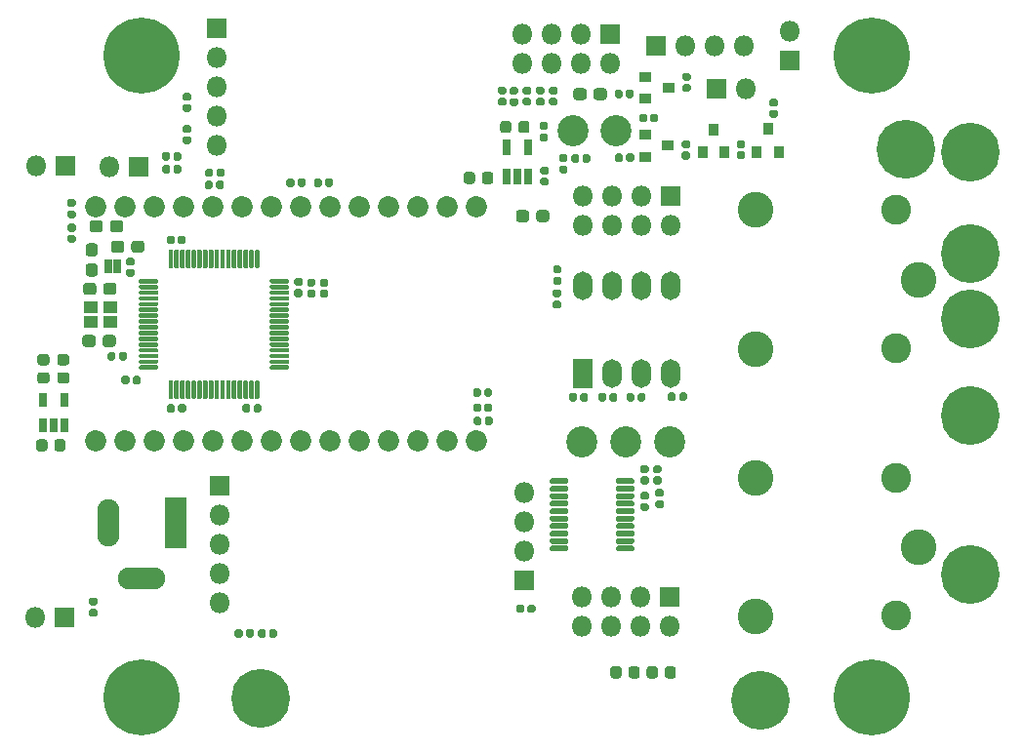
<source format=gts>
%TF.GenerationSoftware,KiCad,Pcbnew,(5.1.6-0-10_14)*%
%TF.CreationDate,2022-11-25T22:13:13-06:00*%
%TF.ProjectId,mn_wild_siren,6d6e5f77-696c-4645-9f73-6972656e2e6b,rev?*%
%TF.SameCoordinates,Original*%
%TF.FileFunction,Soldermask,Top*%
%TF.FilePolarity,Negative*%
%FSLAX46Y46*%
G04 Gerber Fmt 4.6, Leading zero omitted, Abs format (unit mm)*
G04 Created by KiCad (PCBNEW (5.1.6-0-10_14)) date 2022-11-25 22:13:13*
%MOMM*%
%LPD*%
G01*
G04 APERTURE LIST*
%ADD10C,2.700000*%
%ADD11C,5.100000*%
%ADD12O,1.800000X1.800000*%
%ADD13R,1.800000X1.800000*%
%ADD14C,3.100000*%
%ADD15C,2.600000*%
%ADD16R,0.900000X1.000000*%
%ADD17R,1.000000X0.900000*%
%ADD18R,0.750000X1.160000*%
%ADD19O,1.700000X2.500000*%
%ADD20R,1.700000X2.500000*%
%ADD21R,1.900000X4.500000*%
%ADD22O,1.900000X4.100000*%
%ADD23O,4.100000X1.900000*%
%ADD24R,0.675000X1.240000*%
%ADD25C,6.600000*%
%ADD26C,1.850000*%
%ADD27R,1.300000X1.100000*%
%ADD28R,0.750000X1.320000*%
G04 APERTURE END LIST*
G36*
G01*
X131060000Y-101312500D02*
X131060000Y-101707500D01*
G75*
G02*
X130887500Y-101880000I-172500J0D01*
G01*
X130542500Y-101880000D01*
G75*
G02*
X130370000Y-101707500I0J172500D01*
G01*
X130370000Y-101312500D01*
G75*
G02*
X130542500Y-101140000I172500J0D01*
G01*
X130887500Y-101140000D01*
G75*
G02*
X131060000Y-101312500I0J-172500D01*
G01*
G37*
G36*
G01*
X132030000Y-101312500D02*
X132030000Y-101707500D01*
G75*
G02*
X131857500Y-101880000I-172500J0D01*
G01*
X131512500Y-101880000D01*
G75*
G02*
X131340000Y-101707500I0J172500D01*
G01*
X131340000Y-101312500D01*
G75*
G02*
X131512500Y-101140000I172500J0D01*
G01*
X131857500Y-101140000D01*
G75*
G02*
X132030000Y-101312500I0J-172500D01*
G01*
G37*
G36*
G01*
X130565000Y-90502500D02*
X130565000Y-89977500D01*
G75*
G02*
X130827500Y-89715000I262500J0D01*
G01*
X131452500Y-89715000D01*
G75*
G02*
X131715000Y-89977500I0J-262500D01*
G01*
X131715000Y-90502500D01*
G75*
G02*
X131452500Y-90765000I-262500J0D01*
G01*
X130827500Y-90765000D01*
G75*
G02*
X130565000Y-90502500I0J262500D01*
G01*
G37*
G36*
G01*
X128815000Y-90502500D02*
X128815000Y-89977500D01*
G75*
G02*
X129077500Y-89715000I262500J0D01*
G01*
X129702500Y-89715000D01*
G75*
G02*
X129965000Y-89977500I0J-262500D01*
G01*
X129965000Y-90502500D01*
G75*
G02*
X129702500Y-90765000I-262500J0D01*
G01*
X129077500Y-90765000D01*
G75*
G02*
X128815000Y-90502500I0J262500D01*
G01*
G37*
G36*
G01*
X132410000Y-92272500D02*
X132410000Y-91747500D01*
G75*
G02*
X132672500Y-91485000I262500J0D01*
G01*
X133297500Y-91485000D01*
G75*
G02*
X133560000Y-91747500I0J-262500D01*
G01*
X133560000Y-92272500D01*
G75*
G02*
X133297500Y-92535000I-262500J0D01*
G01*
X132672500Y-92535000D01*
G75*
G02*
X132410000Y-92272500I0J262500D01*
G01*
G37*
G36*
G01*
X130660000Y-92272500D02*
X130660000Y-91747500D01*
G75*
G02*
X130922500Y-91485000I262500J0D01*
G01*
X131547500Y-91485000D01*
G75*
G02*
X131810000Y-91747500I0J-262500D01*
G01*
X131810000Y-92272500D01*
G75*
G02*
X131547500Y-92535000I-262500J0D01*
G01*
X130922500Y-92535000D01*
G75*
G02*
X130660000Y-92272500I0J262500D01*
G01*
G37*
G36*
G01*
X129930000Y-100462500D02*
X129930000Y-99937500D01*
G75*
G02*
X130192500Y-99675000I262500J0D01*
G01*
X130817500Y-99675000D01*
G75*
G02*
X131080000Y-99937500I0J-262500D01*
G01*
X131080000Y-100462500D01*
G75*
G02*
X130817500Y-100725000I-262500J0D01*
G01*
X130192500Y-100725000D01*
G75*
G02*
X129930000Y-100462500I0J262500D01*
G01*
G37*
G36*
G01*
X128180000Y-100462500D02*
X128180000Y-99937500D01*
G75*
G02*
X128442500Y-99675000I262500J0D01*
G01*
X129067500Y-99675000D01*
G75*
G02*
X129330000Y-99937500I0J-262500D01*
G01*
X129330000Y-100462500D01*
G75*
G02*
X129067500Y-100725000I-262500J0D01*
G01*
X128442500Y-100725000D01*
G75*
G02*
X128180000Y-100462500I0J262500D01*
G01*
G37*
G36*
G01*
X129252500Y-92860000D02*
X128727500Y-92860000D01*
G75*
G02*
X128465000Y-92597500I0J262500D01*
G01*
X128465000Y-91972500D01*
G75*
G02*
X128727500Y-91710000I262500J0D01*
G01*
X129252500Y-91710000D01*
G75*
G02*
X129515000Y-91972500I0J-262500D01*
G01*
X129515000Y-92597500D01*
G75*
G02*
X129252500Y-92860000I-262500J0D01*
G01*
G37*
G36*
G01*
X129252500Y-94610000D02*
X128727500Y-94610000D01*
G75*
G02*
X128465000Y-94347500I0J262500D01*
G01*
X128465000Y-93722500D01*
G75*
G02*
X128727500Y-93460000I262500J0D01*
G01*
X129252500Y-93460000D01*
G75*
G02*
X129515000Y-93722500I0J-262500D01*
G01*
X129515000Y-94347500D01*
G75*
G02*
X129252500Y-94610000I-262500J0D01*
G01*
G37*
G36*
G01*
X174947500Y-128678750D02*
X174947500Y-129241250D01*
G75*
G02*
X174703750Y-129485000I-243750J0D01*
G01*
X174216250Y-129485000D01*
G75*
G02*
X173972500Y-129241250I0J243750D01*
G01*
X173972500Y-128678750D01*
G75*
G02*
X174216250Y-128435000I243750J0D01*
G01*
X174703750Y-128435000D01*
G75*
G02*
X174947500Y-128678750I0J-243750D01*
G01*
G37*
G36*
G01*
X176522500Y-128678750D02*
X176522500Y-129241250D01*
G75*
G02*
X176278750Y-129485000I-243750J0D01*
G01*
X175791250Y-129485000D01*
G75*
G02*
X175547500Y-129241250I0J243750D01*
G01*
X175547500Y-128678750D01*
G75*
G02*
X175791250Y-128435000I243750J0D01*
G01*
X176278750Y-128435000D01*
G75*
G02*
X176522500Y-128678750I0J-243750D01*
G01*
G37*
G36*
G01*
X129390000Y-95407500D02*
X129390000Y-95932500D01*
G75*
G02*
X129127500Y-96195000I-262500J0D01*
G01*
X128502500Y-96195000D01*
G75*
G02*
X128240000Y-95932500I0J262500D01*
G01*
X128240000Y-95407500D01*
G75*
G02*
X128502500Y-95145000I262500J0D01*
G01*
X129127500Y-95145000D01*
G75*
G02*
X129390000Y-95407500I0J-262500D01*
G01*
G37*
G36*
G01*
X131140000Y-95407500D02*
X131140000Y-95932500D01*
G75*
G02*
X130877500Y-96195000I-262500J0D01*
G01*
X130252500Y-96195000D01*
G75*
G02*
X129990000Y-95932500I0J262500D01*
G01*
X129990000Y-95407500D01*
G75*
G02*
X130252500Y-95145000I262500J0D01*
G01*
X130877500Y-95145000D01*
G75*
G02*
X131140000Y-95407500I0J-262500D01*
G01*
G37*
G36*
G01*
X178687500Y-129241250D02*
X178687500Y-128678750D01*
G75*
G02*
X178931250Y-128435000I243750J0D01*
G01*
X179418750Y-128435000D01*
G75*
G02*
X179662500Y-128678750I0J-243750D01*
G01*
X179662500Y-129241250D01*
G75*
G02*
X179418750Y-129485000I-243750J0D01*
G01*
X178931250Y-129485000D01*
G75*
G02*
X178687500Y-129241250I0J243750D01*
G01*
G37*
G36*
G01*
X177112500Y-129241250D02*
X177112500Y-128678750D01*
G75*
G02*
X177356250Y-128435000I243750J0D01*
G01*
X177843750Y-128435000D01*
G75*
G02*
X178087500Y-128678750I0J-243750D01*
G01*
X178087500Y-129241250D01*
G75*
G02*
X177843750Y-129485000I-243750J0D01*
G01*
X177356250Y-129485000D01*
G75*
G02*
X177112500Y-129241250I0J243750D01*
G01*
G37*
G36*
G01*
X132537500Y-93645000D02*
X132142500Y-93645000D01*
G75*
G02*
X131970000Y-93472500I0J172500D01*
G01*
X131970000Y-93127500D01*
G75*
G02*
X132142500Y-92955000I172500J0D01*
G01*
X132537500Y-92955000D01*
G75*
G02*
X132710000Y-93127500I0J-172500D01*
G01*
X132710000Y-93472500D01*
G75*
G02*
X132537500Y-93645000I-172500J0D01*
G01*
G37*
G36*
G01*
X132537500Y-94615000D02*
X132142500Y-94615000D01*
G75*
G02*
X131970000Y-94442500I0J172500D01*
G01*
X131970000Y-94097500D01*
G75*
G02*
X132142500Y-93925000I172500J0D01*
G01*
X132537500Y-93925000D01*
G75*
G02*
X132710000Y-94097500I0J-172500D01*
G01*
X132710000Y-94442500D01*
G75*
G02*
X132537500Y-94615000I-172500J0D01*
G01*
G37*
G36*
G01*
X132540000Y-103797500D02*
X132540000Y-103402500D01*
G75*
G02*
X132712500Y-103230000I172500J0D01*
G01*
X133057500Y-103230000D01*
G75*
G02*
X133230000Y-103402500I0J-172500D01*
G01*
X133230000Y-103797500D01*
G75*
G02*
X133057500Y-103970000I-172500J0D01*
G01*
X132712500Y-103970000D01*
G75*
G02*
X132540000Y-103797500I0J172500D01*
G01*
G37*
G36*
G01*
X131570000Y-103797500D02*
X131570000Y-103402500D01*
G75*
G02*
X131742500Y-103230000I172500J0D01*
G01*
X132087500Y-103230000D01*
G75*
G02*
X132260000Y-103402500I0J-172500D01*
G01*
X132260000Y-103797500D01*
G75*
G02*
X132087500Y-103970000I-172500J0D01*
G01*
X131742500Y-103970000D01*
G75*
G02*
X131570000Y-103797500I0J172500D01*
G01*
G37*
G36*
G01*
X166505000Y-123232500D02*
X166505000Y-123627500D01*
G75*
G02*
X166332500Y-123800000I-172500J0D01*
G01*
X165987500Y-123800000D01*
G75*
G02*
X165815000Y-123627500I0J172500D01*
G01*
X165815000Y-123232500D01*
G75*
G02*
X165987500Y-123060000I172500J0D01*
G01*
X166332500Y-123060000D01*
G75*
G02*
X166505000Y-123232500I0J-172500D01*
G01*
G37*
G36*
G01*
X167475000Y-123232500D02*
X167475000Y-123627500D01*
G75*
G02*
X167302500Y-123800000I-172500J0D01*
G01*
X166957500Y-123800000D01*
G75*
G02*
X166785000Y-123627500I0J172500D01*
G01*
X166785000Y-123232500D01*
G75*
G02*
X166957500Y-123060000I172500J0D01*
G01*
X167302500Y-123060000D01*
G75*
G02*
X167475000Y-123232500I0J-172500D01*
G01*
G37*
G36*
G01*
X136455000Y-91617500D02*
X136455000Y-91222500D01*
G75*
G02*
X136627500Y-91050000I172500J0D01*
G01*
X136972500Y-91050000D01*
G75*
G02*
X137145000Y-91222500I0J-172500D01*
G01*
X137145000Y-91617500D01*
G75*
G02*
X136972500Y-91790000I-172500J0D01*
G01*
X136627500Y-91790000D01*
G75*
G02*
X136455000Y-91617500I0J172500D01*
G01*
G37*
G36*
G01*
X135485000Y-91617500D02*
X135485000Y-91222500D01*
G75*
G02*
X135657500Y-91050000I172500J0D01*
G01*
X136002500Y-91050000D01*
G75*
G02*
X136175000Y-91222500I0J-172500D01*
G01*
X136175000Y-91617500D01*
G75*
G02*
X136002500Y-91790000I-172500J0D01*
G01*
X135657500Y-91790000D01*
G75*
G02*
X135485000Y-91617500I0J172500D01*
G01*
G37*
G36*
G01*
X136200000Y-105852500D02*
X136200000Y-106247500D01*
G75*
G02*
X136027500Y-106420000I-172500J0D01*
G01*
X135682500Y-106420000D01*
G75*
G02*
X135510000Y-106247500I0J172500D01*
G01*
X135510000Y-105852500D01*
G75*
G02*
X135682500Y-105680000I172500J0D01*
G01*
X136027500Y-105680000D01*
G75*
G02*
X136200000Y-105852500I0J-172500D01*
G01*
G37*
G36*
G01*
X137170000Y-105852500D02*
X137170000Y-106247500D01*
G75*
G02*
X136997500Y-106420000I-172500J0D01*
G01*
X136652500Y-106420000D01*
G75*
G02*
X136480000Y-106247500I0J172500D01*
G01*
X136480000Y-105852500D01*
G75*
G02*
X136652500Y-105680000I172500J0D01*
G01*
X136997500Y-105680000D01*
G75*
G02*
X137170000Y-105852500I0J-172500D01*
G01*
G37*
G36*
G01*
X142750000Y-105842500D02*
X142750000Y-106237500D01*
G75*
G02*
X142577500Y-106410000I-172500J0D01*
G01*
X142232500Y-106410000D01*
G75*
G02*
X142060000Y-106237500I0J172500D01*
G01*
X142060000Y-105842500D01*
G75*
G02*
X142232500Y-105670000I172500J0D01*
G01*
X142577500Y-105670000D01*
G75*
G02*
X142750000Y-105842500I0J-172500D01*
G01*
G37*
G36*
G01*
X143720000Y-105842500D02*
X143720000Y-106237500D01*
G75*
G02*
X143547500Y-106410000I-172500J0D01*
G01*
X143202500Y-106410000D01*
G75*
G02*
X143030000Y-106237500I0J172500D01*
G01*
X143030000Y-105842500D01*
G75*
G02*
X143202500Y-105670000I172500J0D01*
G01*
X143547500Y-105670000D01*
G75*
G02*
X143720000Y-105842500I0J-172500D01*
G01*
G37*
G36*
G01*
X146722500Y-95690000D02*
X147117500Y-95690000D01*
G75*
G02*
X147290000Y-95862500I0J-172500D01*
G01*
X147290000Y-96207500D01*
G75*
G02*
X147117500Y-96380000I-172500J0D01*
G01*
X146722500Y-96380000D01*
G75*
G02*
X146550000Y-96207500I0J172500D01*
G01*
X146550000Y-95862500D01*
G75*
G02*
X146722500Y-95690000I172500J0D01*
G01*
G37*
G36*
G01*
X146722500Y-94720000D02*
X147117500Y-94720000D01*
G75*
G02*
X147290000Y-94892500I0J-172500D01*
G01*
X147290000Y-95237500D01*
G75*
G02*
X147117500Y-95410000I-172500J0D01*
G01*
X146722500Y-95410000D01*
G75*
G02*
X146550000Y-95237500I0J172500D01*
G01*
X146550000Y-94892500D01*
G75*
G02*
X146722500Y-94720000I172500J0D01*
G01*
G37*
G36*
G01*
X125742500Y-109531250D02*
X125742500Y-108968750D01*
G75*
G02*
X125986250Y-108725000I243750J0D01*
G01*
X126473750Y-108725000D01*
G75*
G02*
X126717500Y-108968750I0J-243750D01*
G01*
X126717500Y-109531250D01*
G75*
G02*
X126473750Y-109775000I-243750J0D01*
G01*
X125986250Y-109775000D01*
G75*
G02*
X125742500Y-109531250I0J243750D01*
G01*
G37*
G36*
G01*
X124167500Y-109531250D02*
X124167500Y-108968750D01*
G75*
G02*
X124411250Y-108725000I243750J0D01*
G01*
X124898750Y-108725000D01*
G75*
G02*
X125142500Y-108968750I0J-243750D01*
G01*
X125142500Y-109531250D01*
G75*
G02*
X124898750Y-109775000I-243750J0D01*
G01*
X124411250Y-109775000D01*
G75*
G02*
X124167500Y-109531250I0J243750D01*
G01*
G37*
G36*
G01*
X147842500Y-95740000D02*
X148237500Y-95740000D01*
G75*
G02*
X148410000Y-95912500I0J-172500D01*
G01*
X148410000Y-96257500D01*
G75*
G02*
X148237500Y-96430000I-172500J0D01*
G01*
X147842500Y-96430000D01*
G75*
G02*
X147670000Y-96257500I0J172500D01*
G01*
X147670000Y-95912500D01*
G75*
G02*
X147842500Y-95740000I172500J0D01*
G01*
G37*
G36*
G01*
X147842500Y-94770000D02*
X148237500Y-94770000D01*
G75*
G02*
X148410000Y-94942500I0J-172500D01*
G01*
X148410000Y-95287500D01*
G75*
G02*
X148237500Y-95460000I-172500J0D01*
G01*
X147842500Y-95460000D01*
G75*
G02*
X147670000Y-95287500I0J172500D01*
G01*
X147670000Y-94942500D01*
G75*
G02*
X147842500Y-94770000I172500J0D01*
G01*
G37*
G36*
G01*
X148952500Y-95755000D02*
X149347500Y-95755000D01*
G75*
G02*
X149520000Y-95927500I0J-172500D01*
G01*
X149520000Y-96272500D01*
G75*
G02*
X149347500Y-96445000I-172500J0D01*
G01*
X148952500Y-96445000D01*
G75*
G02*
X148780000Y-96272500I0J172500D01*
G01*
X148780000Y-95927500D01*
G75*
G02*
X148952500Y-95755000I172500J0D01*
G01*
G37*
G36*
G01*
X148952500Y-94785000D02*
X149347500Y-94785000D01*
G75*
G02*
X149520000Y-94957500I0J-172500D01*
G01*
X149520000Y-95302500D01*
G75*
G02*
X149347500Y-95475000I-172500J0D01*
G01*
X148952500Y-95475000D01*
G75*
G02*
X148780000Y-95302500I0J172500D01*
G01*
X148780000Y-94957500D01*
G75*
G02*
X148952500Y-94785000I172500J0D01*
G01*
G37*
G36*
G01*
X126801250Y-102310000D02*
X126238750Y-102310000D01*
G75*
G02*
X125995000Y-102066250I0J243750D01*
G01*
X125995000Y-101578750D01*
G75*
G02*
X126238750Y-101335000I243750J0D01*
G01*
X126801250Y-101335000D01*
G75*
G02*
X127045000Y-101578750I0J-243750D01*
G01*
X127045000Y-102066250D01*
G75*
G02*
X126801250Y-102310000I-243750J0D01*
G01*
G37*
G36*
G01*
X126801250Y-103885000D02*
X126238750Y-103885000D01*
G75*
G02*
X125995000Y-103641250I0J243750D01*
G01*
X125995000Y-103153750D01*
G75*
G02*
X126238750Y-102910000I243750J0D01*
G01*
X126801250Y-102910000D01*
G75*
G02*
X127045000Y-103153750I0J-243750D01*
G01*
X127045000Y-103641250D01*
G75*
G02*
X126801250Y-103885000I-243750J0D01*
G01*
G37*
G36*
G01*
X125081250Y-102310000D02*
X124518750Y-102310000D01*
G75*
G02*
X124275000Y-102066250I0J243750D01*
G01*
X124275000Y-101578750D01*
G75*
G02*
X124518750Y-101335000I243750J0D01*
G01*
X125081250Y-101335000D01*
G75*
G02*
X125325000Y-101578750I0J-243750D01*
G01*
X125325000Y-102066250D01*
G75*
G02*
X125081250Y-102310000I-243750J0D01*
G01*
G37*
G36*
G01*
X125081250Y-103885000D02*
X124518750Y-103885000D01*
G75*
G02*
X124275000Y-103641250I0J243750D01*
G01*
X124275000Y-103153750D01*
G75*
G02*
X124518750Y-102910000I243750J0D01*
G01*
X125081250Y-102910000D01*
G75*
G02*
X125325000Y-103153750I0J-243750D01*
G01*
X125325000Y-103641250D01*
G75*
G02*
X125081250Y-103885000I-243750J0D01*
G01*
G37*
G36*
G01*
X165987500Y-81901250D02*
X165987500Y-81338750D01*
G75*
G02*
X166231250Y-81095000I243750J0D01*
G01*
X166718750Y-81095000D01*
G75*
G02*
X166962500Y-81338750I0J-243750D01*
G01*
X166962500Y-81901250D01*
G75*
G02*
X166718750Y-82145000I-243750J0D01*
G01*
X166231250Y-82145000D01*
G75*
G02*
X165987500Y-81901250I0J243750D01*
G01*
G37*
G36*
G01*
X164412500Y-81901250D02*
X164412500Y-81338750D01*
G75*
G02*
X164656250Y-81095000I243750J0D01*
G01*
X165143750Y-81095000D01*
G75*
G02*
X165387500Y-81338750I0J-243750D01*
G01*
X165387500Y-81901250D01*
G75*
G02*
X165143750Y-82145000I-243750J0D01*
G01*
X164656250Y-82145000D01*
G75*
G02*
X164412500Y-81901250I0J243750D01*
G01*
G37*
G36*
G01*
X162240000Y-85758750D02*
X162240000Y-86321250D01*
G75*
G02*
X161996250Y-86565000I-243750J0D01*
G01*
X161508750Y-86565000D01*
G75*
G02*
X161265000Y-86321250I0J243750D01*
G01*
X161265000Y-85758750D01*
G75*
G02*
X161508750Y-85515000I243750J0D01*
G01*
X161996250Y-85515000D01*
G75*
G02*
X162240000Y-85758750I0J-243750D01*
G01*
G37*
G36*
G01*
X163815000Y-85758750D02*
X163815000Y-86321250D01*
G75*
G02*
X163571250Y-86565000I-243750J0D01*
G01*
X163083750Y-86565000D01*
G75*
G02*
X162840000Y-86321250I0J243750D01*
G01*
X162840000Y-85758750D01*
G75*
G02*
X163083750Y-85515000I243750J0D01*
G01*
X163571250Y-85515000D01*
G75*
G02*
X163815000Y-85758750I0J-243750D01*
G01*
G37*
D10*
X170736000Y-81937000D03*
D11*
X205232000Y-92646500D03*
D10*
X174416000Y-81907000D03*
D11*
X205168500Y-98298000D03*
X205232000Y-120459500D03*
X199600000Y-83566000D03*
X205232000Y-83820000D03*
X205232000Y-106680000D03*
X143610000Y-131240000D03*
X186974000Y-131358000D03*
D12*
X166370000Y-76089000D03*
X166370000Y-73549000D03*
X168910000Y-76089000D03*
X168910000Y-73549000D03*
X171450000Y-76089000D03*
X171450000Y-73549000D03*
X173990000Y-76089000D03*
D13*
X173990000Y-73549000D03*
D12*
X166480000Y-113390000D03*
X166480000Y-115930000D03*
X166480000Y-118470000D03*
D13*
X166480000Y-121010000D03*
D12*
X185540000Y-74540000D03*
X183000000Y-74540000D03*
X180460000Y-74540000D03*
D13*
X177920000Y-74540000D03*
D10*
X175298000Y-108966000D03*
X171488000Y-108966000D03*
X179108000Y-108966000D03*
D12*
X185680000Y-78330000D03*
D13*
X183140000Y-78330000D03*
D12*
X189510000Y-73300000D03*
D13*
X189510000Y-75840000D03*
D12*
X124140000Y-85010000D03*
D13*
X126680000Y-85010000D03*
D12*
X130530000Y-85090000D03*
D13*
X133070000Y-85090000D03*
D14*
X200723500Y-94869000D03*
D15*
X198773500Y-100819000D03*
D14*
X186523500Y-100869000D03*
X186573500Y-88819000D03*
D15*
X198773500Y-88819000D03*
D14*
X200723500Y-118110000D03*
D15*
X198773500Y-124060000D03*
D14*
X186523500Y-124110000D03*
X186573500Y-112060000D03*
D15*
X198773500Y-112060000D03*
D16*
X187630000Y-81810000D03*
X188580000Y-83810000D03*
X186680000Y-83810000D03*
X182940000Y-81820000D03*
X183890000Y-83820000D03*
X181990000Y-83820000D03*
D17*
X178980000Y-83250000D03*
X176980000Y-84200000D03*
X176980000Y-82300000D03*
X179000000Y-78230000D03*
X177000000Y-79180000D03*
X177000000Y-77280000D03*
G36*
G01*
X142360000Y-125767500D02*
X142360000Y-125372500D01*
G75*
G02*
X142532500Y-125200000I172500J0D01*
G01*
X142877500Y-125200000D01*
G75*
G02*
X143050000Y-125372500I0J-172500D01*
G01*
X143050000Y-125767500D01*
G75*
G02*
X142877500Y-125940000I-172500J0D01*
G01*
X142532500Y-125940000D01*
G75*
G02*
X142360000Y-125767500I0J172500D01*
G01*
G37*
G36*
G01*
X141390000Y-125767500D02*
X141390000Y-125372500D01*
G75*
G02*
X141562500Y-125200000I172500J0D01*
G01*
X141907500Y-125200000D01*
G75*
G02*
X142080000Y-125372500I0J-172500D01*
G01*
X142080000Y-125767500D01*
G75*
G02*
X141907500Y-125940000I-172500J0D01*
G01*
X141562500Y-125940000D01*
G75*
G02*
X141390000Y-125767500I0J172500D01*
G01*
G37*
G36*
G01*
X137447500Y-82145000D02*
X137052500Y-82145000D01*
G75*
G02*
X136880000Y-81972500I0J172500D01*
G01*
X136880000Y-81627500D01*
G75*
G02*
X137052500Y-81455000I172500J0D01*
G01*
X137447500Y-81455000D01*
G75*
G02*
X137620000Y-81627500I0J-172500D01*
G01*
X137620000Y-81972500D01*
G75*
G02*
X137447500Y-82145000I-172500J0D01*
G01*
G37*
G36*
G01*
X137447500Y-83115000D02*
X137052500Y-83115000D01*
G75*
G02*
X136880000Y-82942500I0J172500D01*
G01*
X136880000Y-82597500D01*
G75*
G02*
X137052500Y-82425000I172500J0D01*
G01*
X137447500Y-82425000D01*
G75*
G02*
X137620000Y-82597500I0J-172500D01*
G01*
X137620000Y-82942500D01*
G75*
G02*
X137447500Y-83115000I-172500J0D01*
G01*
G37*
G36*
G01*
X162770000Y-105792500D02*
X162770000Y-106187500D01*
G75*
G02*
X162597500Y-106360000I-172500J0D01*
G01*
X162252500Y-106360000D01*
G75*
G02*
X162080000Y-106187500I0J172500D01*
G01*
X162080000Y-105792500D01*
G75*
G02*
X162252500Y-105620000I172500J0D01*
G01*
X162597500Y-105620000D01*
G75*
G02*
X162770000Y-105792500I0J-172500D01*
G01*
G37*
G36*
G01*
X163740000Y-105792500D02*
X163740000Y-106187500D01*
G75*
G02*
X163567500Y-106360000I-172500J0D01*
G01*
X163222500Y-106360000D01*
G75*
G02*
X163050000Y-106187500I0J172500D01*
G01*
X163050000Y-105792500D01*
G75*
G02*
X163222500Y-105620000I172500J0D01*
G01*
X163567500Y-105620000D01*
G75*
G02*
X163740000Y-105792500I0J-172500D01*
G01*
G37*
G36*
G01*
X175345000Y-84484500D02*
X175345000Y-84089500D01*
G75*
G02*
X175517500Y-83917000I172500J0D01*
G01*
X175862500Y-83917000D01*
G75*
G02*
X176035000Y-84089500I0J-172500D01*
G01*
X176035000Y-84484500D01*
G75*
G02*
X175862500Y-84657000I-172500J0D01*
G01*
X175517500Y-84657000D01*
G75*
G02*
X175345000Y-84484500I0J172500D01*
G01*
G37*
G36*
G01*
X174375000Y-84484500D02*
X174375000Y-84089500D01*
G75*
G02*
X174547500Y-83917000I172500J0D01*
G01*
X174892500Y-83917000D01*
G75*
G02*
X175065000Y-84089500I0J-172500D01*
G01*
X175065000Y-84484500D01*
G75*
G02*
X174892500Y-84657000I-172500J0D01*
G01*
X174547500Y-84657000D01*
G75*
G02*
X174375000Y-84484500I0J172500D01*
G01*
G37*
G36*
G01*
X187932500Y-80135000D02*
X188327500Y-80135000D01*
G75*
G02*
X188500000Y-80307500I0J-172500D01*
G01*
X188500000Y-80652500D01*
G75*
G02*
X188327500Y-80825000I-172500J0D01*
G01*
X187932500Y-80825000D01*
G75*
G02*
X187760000Y-80652500I0J172500D01*
G01*
X187760000Y-80307500D01*
G75*
G02*
X187932500Y-80135000I172500J0D01*
G01*
G37*
G36*
G01*
X187932500Y-79165000D02*
X188327500Y-79165000D01*
G75*
G02*
X188500000Y-79337500I0J-172500D01*
G01*
X188500000Y-79682500D01*
G75*
G02*
X188327500Y-79855000I-172500J0D01*
G01*
X187932500Y-79855000D01*
G75*
G02*
X187760000Y-79682500I0J172500D01*
G01*
X187760000Y-79337500D01*
G75*
G02*
X187932500Y-79165000I172500J0D01*
G01*
G37*
G36*
G01*
X179930000Y-105237500D02*
X179930000Y-104842500D01*
G75*
G02*
X180102500Y-104670000I172500J0D01*
G01*
X180447500Y-104670000D01*
G75*
G02*
X180620000Y-104842500I0J-172500D01*
G01*
X180620000Y-105237500D01*
G75*
G02*
X180447500Y-105410000I-172500J0D01*
G01*
X180102500Y-105410000D01*
G75*
G02*
X179930000Y-105237500I0J172500D01*
G01*
G37*
G36*
G01*
X178960000Y-105237500D02*
X178960000Y-104842500D01*
G75*
G02*
X179132500Y-104670000I172500J0D01*
G01*
X179477500Y-104670000D01*
G75*
G02*
X179650000Y-104842500I0J-172500D01*
G01*
X179650000Y-105237500D01*
G75*
G02*
X179477500Y-105410000I-172500J0D01*
G01*
X179132500Y-105410000D01*
G75*
G02*
X178960000Y-105237500I0J172500D01*
G01*
G37*
G36*
G01*
X171355000Y-105267500D02*
X171355000Y-104872500D01*
G75*
G02*
X171527500Y-104700000I172500J0D01*
G01*
X171872500Y-104700000D01*
G75*
G02*
X172045000Y-104872500I0J-172500D01*
G01*
X172045000Y-105267500D01*
G75*
G02*
X171872500Y-105440000I-172500J0D01*
G01*
X171527500Y-105440000D01*
G75*
G02*
X171355000Y-105267500I0J172500D01*
G01*
G37*
G36*
G01*
X170385000Y-105267500D02*
X170385000Y-104872500D01*
G75*
G02*
X170557500Y-104700000I172500J0D01*
G01*
X170902500Y-104700000D01*
G75*
G02*
X171075000Y-104872500I0J-172500D01*
G01*
X171075000Y-105267500D01*
G75*
G02*
X170902500Y-105440000I-172500J0D01*
G01*
X170557500Y-105440000D01*
G75*
G02*
X170385000Y-105267500I0J172500D01*
G01*
G37*
G36*
G01*
X176335000Y-105277500D02*
X176335000Y-104882500D01*
G75*
G02*
X176507500Y-104710000I172500J0D01*
G01*
X176852500Y-104710000D01*
G75*
G02*
X177025000Y-104882500I0J-172500D01*
G01*
X177025000Y-105277500D01*
G75*
G02*
X176852500Y-105450000I-172500J0D01*
G01*
X176507500Y-105450000D01*
G75*
G02*
X176335000Y-105277500I0J172500D01*
G01*
G37*
G36*
G01*
X175365000Y-105277500D02*
X175365000Y-104882500D01*
G75*
G02*
X175537500Y-104710000I172500J0D01*
G01*
X175882500Y-104710000D01*
G75*
G02*
X176055000Y-104882500I0J-172500D01*
G01*
X176055000Y-105277500D01*
G75*
G02*
X175882500Y-105450000I-172500J0D01*
G01*
X175537500Y-105450000D01*
G75*
G02*
X175365000Y-105277500I0J172500D01*
G01*
G37*
G36*
G01*
X185092500Y-83740000D02*
X185487500Y-83740000D01*
G75*
G02*
X185660000Y-83912500I0J-172500D01*
G01*
X185660000Y-84257500D01*
G75*
G02*
X185487500Y-84430000I-172500J0D01*
G01*
X185092500Y-84430000D01*
G75*
G02*
X184920000Y-84257500I0J172500D01*
G01*
X184920000Y-83912500D01*
G75*
G02*
X185092500Y-83740000I172500J0D01*
G01*
G37*
G36*
G01*
X185092500Y-82770000D02*
X185487500Y-82770000D01*
G75*
G02*
X185660000Y-82942500I0J-172500D01*
G01*
X185660000Y-83287500D01*
G75*
G02*
X185487500Y-83460000I-172500J0D01*
G01*
X185092500Y-83460000D01*
G75*
G02*
X184920000Y-83287500I0J172500D01*
G01*
X184920000Y-82942500D01*
G75*
G02*
X185092500Y-82770000I172500J0D01*
G01*
G37*
G36*
G01*
X127052500Y-90985000D02*
X127447500Y-90985000D01*
G75*
G02*
X127620000Y-91157500I0J-172500D01*
G01*
X127620000Y-91502500D01*
G75*
G02*
X127447500Y-91675000I-172500J0D01*
G01*
X127052500Y-91675000D01*
G75*
G02*
X126880000Y-91502500I0J172500D01*
G01*
X126880000Y-91157500D01*
G75*
G02*
X127052500Y-90985000I172500J0D01*
G01*
G37*
G36*
G01*
X127052500Y-90015000D02*
X127447500Y-90015000D01*
G75*
G02*
X127620000Y-90187500I0J-172500D01*
G01*
X127620000Y-90532500D01*
G75*
G02*
X127447500Y-90705000I-172500J0D01*
G01*
X127052500Y-90705000D01*
G75*
G02*
X126880000Y-90532500I0J172500D01*
G01*
X126880000Y-90187500D01*
G75*
G02*
X127052500Y-90015000I172500J0D01*
G01*
G37*
G36*
G01*
X169132500Y-96685000D02*
X169527500Y-96685000D01*
G75*
G02*
X169700000Y-96857500I0J-172500D01*
G01*
X169700000Y-97202500D01*
G75*
G02*
X169527500Y-97375000I-172500J0D01*
G01*
X169132500Y-97375000D01*
G75*
G02*
X168960000Y-97202500I0J172500D01*
G01*
X168960000Y-96857500D01*
G75*
G02*
X169132500Y-96685000I172500J0D01*
G01*
G37*
G36*
G01*
X169132500Y-95715000D02*
X169527500Y-95715000D01*
G75*
G02*
X169700000Y-95887500I0J-172500D01*
G01*
X169700000Y-96232500D01*
G75*
G02*
X169527500Y-96405000I-172500J0D01*
G01*
X169132500Y-96405000D01*
G75*
G02*
X168960000Y-96232500I0J172500D01*
G01*
X168960000Y-95887500D01*
G75*
G02*
X169132500Y-95715000I172500J0D01*
G01*
G37*
G36*
G01*
X169567500Y-94335000D02*
X169172500Y-94335000D01*
G75*
G02*
X169000000Y-94162500I0J172500D01*
G01*
X169000000Y-93817500D01*
G75*
G02*
X169172500Y-93645000I172500J0D01*
G01*
X169567500Y-93645000D01*
G75*
G02*
X169740000Y-93817500I0J-172500D01*
G01*
X169740000Y-94162500D01*
G75*
G02*
X169567500Y-94335000I-172500J0D01*
G01*
G37*
G36*
G01*
X169567500Y-95305000D02*
X169172500Y-95305000D01*
G75*
G02*
X169000000Y-95132500I0J172500D01*
G01*
X169000000Y-94787500D01*
G75*
G02*
X169172500Y-94615000I172500J0D01*
G01*
X169567500Y-94615000D01*
G75*
G02*
X169740000Y-94787500I0J-172500D01*
G01*
X169740000Y-95132500D01*
G75*
G02*
X169567500Y-95305000I-172500J0D01*
G01*
G37*
G36*
G01*
X127032500Y-88845000D02*
X127427500Y-88845000D01*
G75*
G02*
X127600000Y-89017500I0J-172500D01*
G01*
X127600000Y-89362500D01*
G75*
G02*
X127427500Y-89535000I-172500J0D01*
G01*
X127032500Y-89535000D01*
G75*
G02*
X126860000Y-89362500I0J172500D01*
G01*
X126860000Y-89017500D01*
G75*
G02*
X127032500Y-88845000I172500J0D01*
G01*
G37*
G36*
G01*
X127032500Y-87875000D02*
X127427500Y-87875000D01*
G75*
G02*
X127600000Y-88047500I0J-172500D01*
G01*
X127600000Y-88392500D01*
G75*
G02*
X127427500Y-88565000I-172500J0D01*
G01*
X127032500Y-88565000D01*
G75*
G02*
X126860000Y-88392500I0J172500D01*
G01*
X126860000Y-88047500D01*
G75*
G02*
X127032500Y-87875000I172500J0D01*
G01*
G37*
G36*
G01*
X144100000Y-125382500D02*
X144100000Y-125777500D01*
G75*
G02*
X143927500Y-125950000I-172500J0D01*
G01*
X143582500Y-125950000D01*
G75*
G02*
X143410000Y-125777500I0J172500D01*
G01*
X143410000Y-125382500D01*
G75*
G02*
X143582500Y-125210000I172500J0D01*
G01*
X143927500Y-125210000D01*
G75*
G02*
X144100000Y-125382500I0J-172500D01*
G01*
G37*
G36*
G01*
X145070000Y-125382500D02*
X145070000Y-125777500D01*
G75*
G02*
X144897500Y-125950000I-172500J0D01*
G01*
X144552500Y-125950000D01*
G75*
G02*
X144380000Y-125777500I0J172500D01*
G01*
X144380000Y-125382500D01*
G75*
G02*
X144552500Y-125210000I172500J0D01*
G01*
X144897500Y-125210000D01*
G75*
G02*
X145070000Y-125382500I0J-172500D01*
G01*
G37*
G36*
G01*
X148945000Y-86252500D02*
X148945000Y-86647500D01*
G75*
G02*
X148772500Y-86820000I-172500J0D01*
G01*
X148427500Y-86820000D01*
G75*
G02*
X148255000Y-86647500I0J172500D01*
G01*
X148255000Y-86252500D01*
G75*
G02*
X148427500Y-86080000I172500J0D01*
G01*
X148772500Y-86080000D01*
G75*
G02*
X148945000Y-86252500I0J-172500D01*
G01*
G37*
G36*
G01*
X149915000Y-86252500D02*
X149915000Y-86647500D01*
G75*
G02*
X149742500Y-86820000I-172500J0D01*
G01*
X149397500Y-86820000D01*
G75*
G02*
X149225000Y-86647500I0J172500D01*
G01*
X149225000Y-86252500D01*
G75*
G02*
X149397500Y-86080000I172500J0D01*
G01*
X149742500Y-86080000D01*
G75*
G02*
X149915000Y-86252500I0J-172500D01*
G01*
G37*
G36*
G01*
X146570000Y-86262500D02*
X146570000Y-86657500D01*
G75*
G02*
X146397500Y-86830000I-172500J0D01*
G01*
X146052500Y-86830000D01*
G75*
G02*
X145880000Y-86657500I0J172500D01*
G01*
X145880000Y-86262500D01*
G75*
G02*
X146052500Y-86090000I172500J0D01*
G01*
X146397500Y-86090000D01*
G75*
G02*
X146570000Y-86262500I0J-172500D01*
G01*
G37*
G36*
G01*
X147540000Y-86262500D02*
X147540000Y-86657500D01*
G75*
G02*
X147367500Y-86830000I-172500J0D01*
G01*
X147022500Y-86830000D01*
G75*
G02*
X146850000Y-86657500I0J172500D01*
G01*
X146850000Y-86262500D01*
G75*
G02*
X147022500Y-86090000I172500J0D01*
G01*
X147367500Y-86090000D01*
G75*
G02*
X147540000Y-86262500I0J-172500D01*
G01*
G37*
G36*
G01*
X137052500Y-79635000D02*
X137447500Y-79635000D01*
G75*
G02*
X137620000Y-79807500I0J-172500D01*
G01*
X137620000Y-80152500D01*
G75*
G02*
X137447500Y-80325000I-172500J0D01*
G01*
X137052500Y-80325000D01*
G75*
G02*
X136880000Y-80152500I0J172500D01*
G01*
X136880000Y-79807500D01*
G75*
G02*
X137052500Y-79635000I172500J0D01*
G01*
G37*
G36*
G01*
X137052500Y-78665000D02*
X137447500Y-78665000D01*
G75*
G02*
X137620000Y-78837500I0J-172500D01*
G01*
X137620000Y-79182500D01*
G75*
G02*
X137447500Y-79355000I-172500J0D01*
G01*
X137052500Y-79355000D01*
G75*
G02*
X136880000Y-79182500I0J172500D01*
G01*
X136880000Y-78837500D01*
G75*
G02*
X137052500Y-78665000I172500J0D01*
G01*
G37*
G36*
G01*
X136075000Y-85487500D02*
X136075000Y-85092500D01*
G75*
G02*
X136247500Y-84920000I172500J0D01*
G01*
X136592500Y-84920000D01*
G75*
G02*
X136765000Y-85092500I0J-172500D01*
G01*
X136765000Y-85487500D01*
G75*
G02*
X136592500Y-85660000I-172500J0D01*
G01*
X136247500Y-85660000D01*
G75*
G02*
X136075000Y-85487500I0J172500D01*
G01*
G37*
G36*
G01*
X135105000Y-85487500D02*
X135105000Y-85092500D01*
G75*
G02*
X135277500Y-84920000I172500J0D01*
G01*
X135622500Y-84920000D01*
G75*
G02*
X135795000Y-85092500I0J-172500D01*
G01*
X135795000Y-85487500D01*
G75*
G02*
X135622500Y-85660000I-172500J0D01*
G01*
X135277500Y-85660000D01*
G75*
G02*
X135105000Y-85487500I0J172500D01*
G01*
G37*
G36*
G01*
X135785000Y-83962500D02*
X135785000Y-84357500D01*
G75*
G02*
X135612500Y-84530000I-172500J0D01*
G01*
X135267500Y-84530000D01*
G75*
G02*
X135095000Y-84357500I0J172500D01*
G01*
X135095000Y-83962500D01*
G75*
G02*
X135267500Y-83790000I172500J0D01*
G01*
X135612500Y-83790000D01*
G75*
G02*
X135785000Y-83962500I0J-172500D01*
G01*
G37*
G36*
G01*
X136755000Y-83962500D02*
X136755000Y-84357500D01*
G75*
G02*
X136582500Y-84530000I-172500J0D01*
G01*
X136237500Y-84530000D01*
G75*
G02*
X136065000Y-84357500I0J172500D01*
G01*
X136065000Y-83962500D01*
G75*
G02*
X136237500Y-83790000I172500J0D01*
G01*
X136582500Y-83790000D01*
G75*
G02*
X136755000Y-83962500I0J-172500D01*
G01*
G37*
G36*
G01*
X139530000Y-85392500D02*
X139530000Y-85787500D01*
G75*
G02*
X139357500Y-85960000I-172500J0D01*
G01*
X139012500Y-85960000D01*
G75*
G02*
X138840000Y-85787500I0J172500D01*
G01*
X138840000Y-85392500D01*
G75*
G02*
X139012500Y-85220000I172500J0D01*
G01*
X139357500Y-85220000D01*
G75*
G02*
X139530000Y-85392500I0J-172500D01*
G01*
G37*
G36*
G01*
X140500000Y-85392500D02*
X140500000Y-85787500D01*
G75*
G02*
X140327500Y-85960000I-172500J0D01*
G01*
X139982500Y-85960000D01*
G75*
G02*
X139810000Y-85787500I0J172500D01*
G01*
X139810000Y-85392500D01*
G75*
G02*
X139982500Y-85220000I172500J0D01*
G01*
X140327500Y-85220000D01*
G75*
G02*
X140500000Y-85392500I0J-172500D01*
G01*
G37*
G36*
G01*
X139770000Y-86837500D02*
X139770000Y-86442500D01*
G75*
G02*
X139942500Y-86270000I172500J0D01*
G01*
X140287500Y-86270000D01*
G75*
G02*
X140460000Y-86442500I0J-172500D01*
G01*
X140460000Y-86837500D01*
G75*
G02*
X140287500Y-87010000I-172500J0D01*
G01*
X139942500Y-87010000D01*
G75*
G02*
X139770000Y-86837500I0J172500D01*
G01*
G37*
G36*
G01*
X138800000Y-86837500D02*
X138800000Y-86442500D01*
G75*
G02*
X138972500Y-86270000I172500J0D01*
G01*
X139317500Y-86270000D01*
G75*
G02*
X139490000Y-86442500I0J-172500D01*
G01*
X139490000Y-86837500D01*
G75*
G02*
X139317500Y-87010000I-172500J0D01*
G01*
X138972500Y-87010000D01*
G75*
G02*
X138800000Y-86837500I0J172500D01*
G01*
G37*
G36*
G01*
X128922500Y-123430000D02*
X129317500Y-123430000D01*
G75*
G02*
X129490000Y-123602500I0J-172500D01*
G01*
X129490000Y-123947500D01*
G75*
G02*
X129317500Y-124120000I-172500J0D01*
G01*
X128922500Y-124120000D01*
G75*
G02*
X128750000Y-123947500I0J172500D01*
G01*
X128750000Y-123602500D01*
G75*
G02*
X128922500Y-123430000I172500J0D01*
G01*
G37*
G36*
G01*
X128922500Y-122460000D02*
X129317500Y-122460000D01*
G75*
G02*
X129490000Y-122632500I0J-172500D01*
G01*
X129490000Y-122977500D01*
G75*
G02*
X129317500Y-123150000I-172500J0D01*
G01*
X128922500Y-123150000D01*
G75*
G02*
X128750000Y-122977500I0J172500D01*
G01*
X128750000Y-122632500D01*
G75*
G02*
X128922500Y-122460000I172500J0D01*
G01*
G37*
G36*
G01*
X162745000Y-104472500D02*
X162745000Y-104867500D01*
G75*
G02*
X162572500Y-105040000I-172500J0D01*
G01*
X162227500Y-105040000D01*
G75*
G02*
X162055000Y-104867500I0J172500D01*
G01*
X162055000Y-104472500D01*
G75*
G02*
X162227500Y-104300000I172500J0D01*
G01*
X162572500Y-104300000D01*
G75*
G02*
X162745000Y-104472500I0J-172500D01*
G01*
G37*
G36*
G01*
X163715000Y-104472500D02*
X163715000Y-104867500D01*
G75*
G02*
X163542500Y-105040000I-172500J0D01*
G01*
X163197500Y-105040000D01*
G75*
G02*
X163025000Y-104867500I0J172500D01*
G01*
X163025000Y-104472500D01*
G75*
G02*
X163197500Y-104300000I172500J0D01*
G01*
X163542500Y-104300000D01*
G75*
G02*
X163715000Y-104472500I0J-172500D01*
G01*
G37*
G36*
G01*
X163080000Y-107337500D02*
X163080000Y-106942500D01*
G75*
G02*
X163252500Y-106770000I172500J0D01*
G01*
X163597500Y-106770000D01*
G75*
G02*
X163770000Y-106942500I0J-172500D01*
G01*
X163770000Y-107337500D01*
G75*
G02*
X163597500Y-107510000I-172500J0D01*
G01*
X163252500Y-107510000D01*
G75*
G02*
X163080000Y-107337500I0J172500D01*
G01*
G37*
G36*
G01*
X162110000Y-107337500D02*
X162110000Y-106942500D01*
G75*
G02*
X162282500Y-106770000I172500J0D01*
G01*
X162627500Y-106770000D01*
G75*
G02*
X162800000Y-106942500I0J-172500D01*
G01*
X162800000Y-107337500D01*
G75*
G02*
X162627500Y-107510000I-172500J0D01*
G01*
X162282500Y-107510000D01*
G75*
G02*
X162110000Y-107337500I0J172500D01*
G01*
G37*
G36*
G01*
X168397500Y-81885000D02*
X168002500Y-81885000D01*
G75*
G02*
X167830000Y-81712500I0J172500D01*
G01*
X167830000Y-81367500D01*
G75*
G02*
X168002500Y-81195000I172500J0D01*
G01*
X168397500Y-81195000D01*
G75*
G02*
X168570000Y-81367500I0J-172500D01*
G01*
X168570000Y-81712500D01*
G75*
G02*
X168397500Y-81885000I-172500J0D01*
G01*
G37*
G36*
G01*
X168397500Y-82855000D02*
X168002500Y-82855000D01*
G75*
G02*
X167830000Y-82682500I0J172500D01*
G01*
X167830000Y-82337500D01*
G75*
G02*
X168002500Y-82165000I172500J0D01*
G01*
X168397500Y-82165000D01*
G75*
G02*
X168570000Y-82337500I0J-172500D01*
G01*
X168570000Y-82682500D01*
G75*
G02*
X168397500Y-82855000I-172500J0D01*
G01*
G37*
G36*
G01*
X170092500Y-84672000D02*
X169697500Y-84672000D01*
G75*
G02*
X169525000Y-84499500I0J172500D01*
G01*
X169525000Y-84154500D01*
G75*
G02*
X169697500Y-83982000I172500J0D01*
G01*
X170092500Y-83982000D01*
G75*
G02*
X170265000Y-84154500I0J-172500D01*
G01*
X170265000Y-84499500D01*
G75*
G02*
X170092500Y-84672000I-172500J0D01*
G01*
G37*
G36*
G01*
X170092500Y-85642000D02*
X169697500Y-85642000D01*
G75*
G02*
X169525000Y-85469500I0J172500D01*
G01*
X169525000Y-85124500D01*
G75*
G02*
X169697500Y-84952000I172500J0D01*
G01*
X170092500Y-84952000D01*
G75*
G02*
X170265000Y-85124500I0J-172500D01*
G01*
X170265000Y-85469500D01*
G75*
G02*
X170092500Y-85642000I-172500J0D01*
G01*
G37*
G36*
G01*
X171555000Y-84556500D02*
X171555000Y-84161500D01*
G75*
G02*
X171727500Y-83989000I172500J0D01*
G01*
X172072500Y-83989000D01*
G75*
G02*
X172245000Y-84161500I0J-172500D01*
G01*
X172245000Y-84556500D01*
G75*
G02*
X172072500Y-84729000I-172500J0D01*
G01*
X171727500Y-84729000D01*
G75*
G02*
X171555000Y-84556500I0J172500D01*
G01*
G37*
G36*
G01*
X170585000Y-84556500D02*
X170585000Y-84161500D01*
G75*
G02*
X170757500Y-83989000I172500J0D01*
G01*
X171102500Y-83989000D01*
G75*
G02*
X171275000Y-84161500I0J-172500D01*
G01*
X171275000Y-84556500D01*
G75*
G02*
X171102500Y-84729000I-172500J0D01*
G01*
X170757500Y-84729000D01*
G75*
G02*
X170585000Y-84556500I0J172500D01*
G01*
G37*
G36*
G01*
X164774500Y-78801000D02*
X164379500Y-78801000D01*
G75*
G02*
X164207000Y-78628500I0J172500D01*
G01*
X164207000Y-78283500D01*
G75*
G02*
X164379500Y-78111000I172500J0D01*
G01*
X164774500Y-78111000D01*
G75*
G02*
X164947000Y-78283500I0J-172500D01*
G01*
X164947000Y-78628500D01*
G75*
G02*
X164774500Y-78801000I-172500J0D01*
G01*
G37*
G36*
G01*
X164774500Y-79771000D02*
X164379500Y-79771000D01*
G75*
G02*
X164207000Y-79598500I0J172500D01*
G01*
X164207000Y-79253500D01*
G75*
G02*
X164379500Y-79081000I172500J0D01*
G01*
X164774500Y-79081000D01*
G75*
G02*
X164947000Y-79253500I0J-172500D01*
G01*
X164947000Y-79598500D01*
G75*
G02*
X164774500Y-79771000I-172500J0D01*
G01*
G37*
G36*
G01*
X166933500Y-78801000D02*
X166538500Y-78801000D01*
G75*
G02*
X166366000Y-78628500I0J172500D01*
G01*
X166366000Y-78283500D01*
G75*
G02*
X166538500Y-78111000I172500J0D01*
G01*
X166933500Y-78111000D01*
G75*
G02*
X167106000Y-78283500I0J-172500D01*
G01*
X167106000Y-78628500D01*
G75*
G02*
X166933500Y-78801000I-172500J0D01*
G01*
G37*
G36*
G01*
X166933500Y-79771000D02*
X166538500Y-79771000D01*
G75*
G02*
X166366000Y-79598500I0J172500D01*
G01*
X166366000Y-79253500D01*
G75*
G02*
X166538500Y-79081000I172500J0D01*
G01*
X166933500Y-79081000D01*
G75*
G02*
X167106000Y-79253500I0J-172500D01*
G01*
X167106000Y-79598500D01*
G75*
G02*
X166933500Y-79771000I-172500J0D01*
G01*
G37*
G36*
G01*
X165790500Y-78824000D02*
X165395500Y-78824000D01*
G75*
G02*
X165223000Y-78651500I0J172500D01*
G01*
X165223000Y-78306500D01*
G75*
G02*
X165395500Y-78134000I172500J0D01*
G01*
X165790500Y-78134000D01*
G75*
G02*
X165963000Y-78306500I0J-172500D01*
G01*
X165963000Y-78651500D01*
G75*
G02*
X165790500Y-78824000I-172500J0D01*
G01*
G37*
G36*
G01*
X165790500Y-79794000D02*
X165395500Y-79794000D01*
G75*
G02*
X165223000Y-79621500I0J172500D01*
G01*
X165223000Y-79276500D01*
G75*
G02*
X165395500Y-79104000I172500J0D01*
G01*
X165790500Y-79104000D01*
G75*
G02*
X165963000Y-79276500I0J-172500D01*
G01*
X165963000Y-79621500D01*
G75*
G02*
X165790500Y-79794000I-172500J0D01*
G01*
G37*
G36*
G01*
X169219500Y-78801000D02*
X168824500Y-78801000D01*
G75*
G02*
X168652000Y-78628500I0J172500D01*
G01*
X168652000Y-78283500D01*
G75*
G02*
X168824500Y-78111000I172500J0D01*
G01*
X169219500Y-78111000D01*
G75*
G02*
X169392000Y-78283500I0J-172500D01*
G01*
X169392000Y-78628500D01*
G75*
G02*
X169219500Y-78801000I-172500J0D01*
G01*
G37*
G36*
G01*
X169219500Y-79771000D02*
X168824500Y-79771000D01*
G75*
G02*
X168652000Y-79598500I0J172500D01*
G01*
X168652000Y-79253500D01*
G75*
G02*
X168824500Y-79081000I172500J0D01*
G01*
X169219500Y-79081000D01*
G75*
G02*
X169392000Y-79253500I0J-172500D01*
G01*
X169392000Y-79598500D01*
G75*
G02*
X169219500Y-79771000I-172500J0D01*
G01*
G37*
G36*
G01*
X168076500Y-78801000D02*
X167681500Y-78801000D01*
G75*
G02*
X167509000Y-78628500I0J172500D01*
G01*
X167509000Y-78283500D01*
G75*
G02*
X167681500Y-78111000I172500J0D01*
G01*
X168076500Y-78111000D01*
G75*
G02*
X168249000Y-78283500I0J-172500D01*
G01*
X168249000Y-78628500D01*
G75*
G02*
X168076500Y-78801000I-172500J0D01*
G01*
G37*
G36*
G01*
X168076500Y-79771000D02*
X167681500Y-79771000D01*
G75*
G02*
X167509000Y-79598500I0J172500D01*
G01*
X167509000Y-79253500D01*
G75*
G02*
X167681500Y-79081000I172500J0D01*
G01*
X168076500Y-79081000D01*
G75*
G02*
X168249000Y-79253500I0J-172500D01*
G01*
X168249000Y-79598500D01*
G75*
G02*
X168076500Y-79771000I-172500J0D01*
G01*
G37*
G36*
G01*
X177430000Y-81027500D02*
X177430000Y-80632500D01*
G75*
G02*
X177602500Y-80460000I172500J0D01*
G01*
X177947500Y-80460000D01*
G75*
G02*
X178120000Y-80632500I0J-172500D01*
G01*
X178120000Y-81027500D01*
G75*
G02*
X177947500Y-81200000I-172500J0D01*
G01*
X177602500Y-81200000D01*
G75*
G02*
X177430000Y-81027500I0J172500D01*
G01*
G37*
G36*
G01*
X176460000Y-81027500D02*
X176460000Y-80632500D01*
G75*
G02*
X176632500Y-80460000I172500J0D01*
G01*
X176977500Y-80460000D01*
G75*
G02*
X177150000Y-80632500I0J-172500D01*
G01*
X177150000Y-81027500D01*
G75*
G02*
X176977500Y-81200000I-172500J0D01*
G01*
X176632500Y-81200000D01*
G75*
G02*
X176460000Y-81027500I0J172500D01*
G01*
G37*
G36*
G01*
X175307000Y-78933500D02*
X175307000Y-78538500D01*
G75*
G02*
X175479500Y-78366000I172500J0D01*
G01*
X175824500Y-78366000D01*
G75*
G02*
X175997000Y-78538500I0J-172500D01*
G01*
X175997000Y-78933500D01*
G75*
G02*
X175824500Y-79106000I-172500J0D01*
G01*
X175479500Y-79106000D01*
G75*
G02*
X175307000Y-78933500I0J172500D01*
G01*
G37*
G36*
G01*
X174337000Y-78933500D02*
X174337000Y-78538500D01*
G75*
G02*
X174509500Y-78366000I172500J0D01*
G01*
X174854500Y-78366000D01*
G75*
G02*
X175027000Y-78538500I0J-172500D01*
G01*
X175027000Y-78933500D01*
G75*
G02*
X174854500Y-79106000I-172500J0D01*
G01*
X174509500Y-79106000D01*
G75*
G02*
X174337000Y-78933500I0J172500D01*
G01*
G37*
G36*
G01*
X180332500Y-83750000D02*
X180727500Y-83750000D01*
G75*
G02*
X180900000Y-83922500I0J-172500D01*
G01*
X180900000Y-84267500D01*
G75*
G02*
X180727500Y-84440000I-172500J0D01*
G01*
X180332500Y-84440000D01*
G75*
G02*
X180160000Y-84267500I0J172500D01*
G01*
X180160000Y-83922500D01*
G75*
G02*
X180332500Y-83750000I172500J0D01*
G01*
G37*
G36*
G01*
X180332500Y-82780000D02*
X180727500Y-82780000D01*
G75*
G02*
X180900000Y-82952500I0J-172500D01*
G01*
X180900000Y-83297500D01*
G75*
G02*
X180727500Y-83470000I-172500J0D01*
G01*
X180332500Y-83470000D01*
G75*
G02*
X180160000Y-83297500I0J172500D01*
G01*
X180160000Y-82952500D01*
G75*
G02*
X180332500Y-82780000I172500J0D01*
G01*
G37*
G36*
G01*
X180382500Y-77885000D02*
X180777500Y-77885000D01*
G75*
G02*
X180950000Y-78057500I0J-172500D01*
G01*
X180950000Y-78402500D01*
G75*
G02*
X180777500Y-78575000I-172500J0D01*
G01*
X180382500Y-78575000D01*
G75*
G02*
X180210000Y-78402500I0J172500D01*
G01*
X180210000Y-78057500D01*
G75*
G02*
X180382500Y-77885000I172500J0D01*
G01*
G37*
G36*
G01*
X180382500Y-76915000D02*
X180777500Y-76915000D01*
G75*
G02*
X180950000Y-77087500I0J-172500D01*
G01*
X180950000Y-77432500D01*
G75*
G02*
X180777500Y-77605000I-172500J0D01*
G01*
X180382500Y-77605000D01*
G75*
G02*
X180210000Y-77432500I0J172500D01*
G01*
X180210000Y-77087500D01*
G75*
G02*
X180382500Y-76915000I172500J0D01*
G01*
G37*
G36*
G01*
X167535000Y-89612500D02*
X167535000Y-89087500D01*
G75*
G02*
X167797500Y-88825000I262500J0D01*
G01*
X168422500Y-88825000D01*
G75*
G02*
X168685000Y-89087500I0J-262500D01*
G01*
X168685000Y-89612500D01*
G75*
G02*
X168422500Y-89875000I-262500J0D01*
G01*
X167797500Y-89875000D01*
G75*
G02*
X167535000Y-89612500I0J262500D01*
G01*
G37*
G36*
G01*
X165785000Y-89612500D02*
X165785000Y-89087500D01*
G75*
G02*
X166047500Y-88825000I262500J0D01*
G01*
X166672500Y-88825000D01*
G75*
G02*
X166935000Y-89087500I0J-262500D01*
G01*
X166935000Y-89612500D01*
G75*
G02*
X166672500Y-89875000I-262500J0D01*
G01*
X166047500Y-89875000D01*
G75*
G02*
X165785000Y-89612500I0J262500D01*
G01*
G37*
G36*
G01*
X171909000Y-78500500D02*
X171909000Y-79025500D01*
G75*
G02*
X171646500Y-79288000I-262500J0D01*
G01*
X171021500Y-79288000D01*
G75*
G02*
X170759000Y-79025500I0J262500D01*
G01*
X170759000Y-78500500D01*
G75*
G02*
X171021500Y-78238000I262500J0D01*
G01*
X171646500Y-78238000D01*
G75*
G02*
X171909000Y-78500500I0J-262500D01*
G01*
G37*
G36*
G01*
X173659000Y-78500500D02*
X173659000Y-79025500D01*
G75*
G02*
X173396500Y-79288000I-262500J0D01*
G01*
X172771500Y-79288000D01*
G75*
G02*
X172509000Y-79025500I0J262500D01*
G01*
X172509000Y-78500500D01*
G75*
G02*
X172771500Y-78238000I262500J0D01*
G01*
X173396500Y-78238000D01*
G75*
G02*
X173659000Y-78500500I0J-262500D01*
G01*
G37*
G36*
G01*
X173610000Y-104882500D02*
X173610000Y-105277500D01*
G75*
G02*
X173437500Y-105450000I-172500J0D01*
G01*
X173092500Y-105450000D01*
G75*
G02*
X172920000Y-105277500I0J172500D01*
G01*
X172920000Y-104882500D01*
G75*
G02*
X173092500Y-104710000I172500J0D01*
G01*
X173437500Y-104710000D01*
G75*
G02*
X173610000Y-104882500I0J-172500D01*
G01*
G37*
G36*
G01*
X174580000Y-104882500D02*
X174580000Y-105277500D01*
G75*
G02*
X174407500Y-105450000I-172500J0D01*
G01*
X174062500Y-105450000D01*
G75*
G02*
X173890000Y-105277500I0J172500D01*
G01*
X173890000Y-104882500D01*
G75*
G02*
X174062500Y-104710000I172500J0D01*
G01*
X174407500Y-104710000D01*
G75*
G02*
X174580000Y-104882500I0J-172500D01*
G01*
G37*
G36*
G01*
X176738900Y-111948400D02*
X177133900Y-111948400D01*
G75*
G02*
X177306400Y-112120900I0J-172500D01*
G01*
X177306400Y-112465900D01*
G75*
G02*
X177133900Y-112638400I-172500J0D01*
G01*
X176738900Y-112638400D01*
G75*
G02*
X176566400Y-112465900I0J172500D01*
G01*
X176566400Y-112120900D01*
G75*
G02*
X176738900Y-111948400I172500J0D01*
G01*
G37*
G36*
G01*
X176738900Y-110978400D02*
X177133900Y-110978400D01*
G75*
G02*
X177306400Y-111150900I0J-172500D01*
G01*
X177306400Y-111495900D01*
G75*
G02*
X177133900Y-111668400I-172500J0D01*
G01*
X176738900Y-111668400D01*
G75*
G02*
X176566400Y-111495900I0J172500D01*
G01*
X176566400Y-111150900D01*
G75*
G02*
X176738900Y-110978400I172500J0D01*
G01*
G37*
G36*
G01*
X177133900Y-113982200D02*
X176738900Y-113982200D01*
G75*
G02*
X176566400Y-113809700I0J172500D01*
G01*
X176566400Y-113464700D01*
G75*
G02*
X176738900Y-113292200I172500J0D01*
G01*
X177133900Y-113292200D01*
G75*
G02*
X177306400Y-113464700I0J-172500D01*
G01*
X177306400Y-113809700D01*
G75*
G02*
X177133900Y-113982200I-172500J0D01*
G01*
G37*
G36*
G01*
X177133900Y-114952200D02*
X176738900Y-114952200D01*
G75*
G02*
X176566400Y-114779700I0J172500D01*
G01*
X176566400Y-114434700D01*
G75*
G02*
X176738900Y-114262200I172500J0D01*
G01*
X177133900Y-114262200D01*
G75*
G02*
X177306400Y-114434700I0J-172500D01*
G01*
X177306400Y-114779700D01*
G75*
G02*
X177133900Y-114952200I-172500J0D01*
G01*
G37*
G36*
G01*
X177852500Y-111950000D02*
X178247500Y-111950000D01*
G75*
G02*
X178420000Y-112122500I0J-172500D01*
G01*
X178420000Y-112467500D01*
G75*
G02*
X178247500Y-112640000I-172500J0D01*
G01*
X177852500Y-112640000D01*
G75*
G02*
X177680000Y-112467500I0J172500D01*
G01*
X177680000Y-112122500D01*
G75*
G02*
X177852500Y-111950000I172500J0D01*
G01*
G37*
G36*
G01*
X177852500Y-110980000D02*
X178247500Y-110980000D01*
G75*
G02*
X178420000Y-111152500I0J-172500D01*
G01*
X178420000Y-111497500D01*
G75*
G02*
X178247500Y-111670000I-172500J0D01*
G01*
X177852500Y-111670000D01*
G75*
G02*
X177680000Y-111497500I0J172500D01*
G01*
X177680000Y-111152500D01*
G75*
G02*
X177852500Y-110980000I172500J0D01*
G01*
G37*
G36*
G01*
X178052500Y-114010000D02*
X178447500Y-114010000D01*
G75*
G02*
X178620000Y-114182500I0J-172500D01*
G01*
X178620000Y-114527500D01*
G75*
G02*
X178447500Y-114700000I-172500J0D01*
G01*
X178052500Y-114700000D01*
G75*
G02*
X177880000Y-114527500I0J172500D01*
G01*
X177880000Y-114182500D01*
G75*
G02*
X178052500Y-114010000I172500J0D01*
G01*
G37*
G36*
G01*
X178052500Y-113040000D02*
X178447500Y-113040000D01*
G75*
G02*
X178620000Y-113212500I0J-172500D01*
G01*
X178620000Y-113557500D01*
G75*
G02*
X178447500Y-113730000I-172500J0D01*
G01*
X178052500Y-113730000D01*
G75*
G02*
X177880000Y-113557500I0J172500D01*
G01*
X177880000Y-113212500D01*
G75*
G02*
X178052500Y-113040000I172500J0D01*
G01*
G37*
D12*
X124050000Y-124190000D03*
D13*
X126590000Y-124190000D03*
G36*
G01*
X170314800Y-118090600D02*
X170314800Y-118340600D01*
G75*
G02*
X170189800Y-118465600I-125000J0D01*
G01*
X168864800Y-118465600D01*
G75*
G02*
X168739800Y-118340600I0J125000D01*
G01*
X168739800Y-118090600D01*
G75*
G02*
X168864800Y-117965600I125000J0D01*
G01*
X170189800Y-117965600D01*
G75*
G02*
X170314800Y-118090600I0J-125000D01*
G01*
G37*
G36*
G01*
X170314800Y-117440600D02*
X170314800Y-117690600D01*
G75*
G02*
X170189800Y-117815600I-125000J0D01*
G01*
X168864800Y-117815600D01*
G75*
G02*
X168739800Y-117690600I0J125000D01*
G01*
X168739800Y-117440600D01*
G75*
G02*
X168864800Y-117315600I125000J0D01*
G01*
X170189800Y-117315600D01*
G75*
G02*
X170314800Y-117440600I0J-125000D01*
G01*
G37*
G36*
G01*
X170314800Y-116790600D02*
X170314800Y-117040600D01*
G75*
G02*
X170189800Y-117165600I-125000J0D01*
G01*
X168864800Y-117165600D01*
G75*
G02*
X168739800Y-117040600I0J125000D01*
G01*
X168739800Y-116790600D01*
G75*
G02*
X168864800Y-116665600I125000J0D01*
G01*
X170189800Y-116665600D01*
G75*
G02*
X170314800Y-116790600I0J-125000D01*
G01*
G37*
G36*
G01*
X170314800Y-116140600D02*
X170314800Y-116390600D01*
G75*
G02*
X170189800Y-116515600I-125000J0D01*
G01*
X168864800Y-116515600D01*
G75*
G02*
X168739800Y-116390600I0J125000D01*
G01*
X168739800Y-116140600D01*
G75*
G02*
X168864800Y-116015600I125000J0D01*
G01*
X170189800Y-116015600D01*
G75*
G02*
X170314800Y-116140600I0J-125000D01*
G01*
G37*
G36*
G01*
X170314800Y-115490600D02*
X170314800Y-115740600D01*
G75*
G02*
X170189800Y-115865600I-125000J0D01*
G01*
X168864800Y-115865600D01*
G75*
G02*
X168739800Y-115740600I0J125000D01*
G01*
X168739800Y-115490600D01*
G75*
G02*
X168864800Y-115365600I125000J0D01*
G01*
X170189800Y-115365600D01*
G75*
G02*
X170314800Y-115490600I0J-125000D01*
G01*
G37*
G36*
G01*
X170314800Y-114840600D02*
X170314800Y-115090600D01*
G75*
G02*
X170189800Y-115215600I-125000J0D01*
G01*
X168864800Y-115215600D01*
G75*
G02*
X168739800Y-115090600I0J125000D01*
G01*
X168739800Y-114840600D01*
G75*
G02*
X168864800Y-114715600I125000J0D01*
G01*
X170189800Y-114715600D01*
G75*
G02*
X170314800Y-114840600I0J-125000D01*
G01*
G37*
G36*
G01*
X170314800Y-114190600D02*
X170314800Y-114440600D01*
G75*
G02*
X170189800Y-114565600I-125000J0D01*
G01*
X168864800Y-114565600D01*
G75*
G02*
X168739800Y-114440600I0J125000D01*
G01*
X168739800Y-114190600D01*
G75*
G02*
X168864800Y-114065600I125000J0D01*
G01*
X170189800Y-114065600D01*
G75*
G02*
X170314800Y-114190600I0J-125000D01*
G01*
G37*
G36*
G01*
X170314800Y-113540600D02*
X170314800Y-113790600D01*
G75*
G02*
X170189800Y-113915600I-125000J0D01*
G01*
X168864800Y-113915600D01*
G75*
G02*
X168739800Y-113790600I0J125000D01*
G01*
X168739800Y-113540600D01*
G75*
G02*
X168864800Y-113415600I125000J0D01*
G01*
X170189800Y-113415600D01*
G75*
G02*
X170314800Y-113540600I0J-125000D01*
G01*
G37*
G36*
G01*
X170314800Y-112890600D02*
X170314800Y-113140600D01*
G75*
G02*
X170189800Y-113265600I-125000J0D01*
G01*
X168864800Y-113265600D01*
G75*
G02*
X168739800Y-113140600I0J125000D01*
G01*
X168739800Y-112890600D01*
G75*
G02*
X168864800Y-112765600I125000J0D01*
G01*
X170189800Y-112765600D01*
G75*
G02*
X170314800Y-112890600I0J-125000D01*
G01*
G37*
G36*
G01*
X170314800Y-112240600D02*
X170314800Y-112490600D01*
G75*
G02*
X170189800Y-112615600I-125000J0D01*
G01*
X168864800Y-112615600D01*
G75*
G02*
X168739800Y-112490600I0J125000D01*
G01*
X168739800Y-112240600D01*
G75*
G02*
X168864800Y-112115600I125000J0D01*
G01*
X170189800Y-112115600D01*
G75*
G02*
X170314800Y-112240600I0J-125000D01*
G01*
G37*
G36*
G01*
X176039800Y-112240600D02*
X176039800Y-112490600D01*
G75*
G02*
X175914800Y-112615600I-125000J0D01*
G01*
X174589800Y-112615600D01*
G75*
G02*
X174464800Y-112490600I0J125000D01*
G01*
X174464800Y-112240600D01*
G75*
G02*
X174589800Y-112115600I125000J0D01*
G01*
X175914800Y-112115600D01*
G75*
G02*
X176039800Y-112240600I0J-125000D01*
G01*
G37*
G36*
G01*
X176039800Y-112890600D02*
X176039800Y-113140600D01*
G75*
G02*
X175914800Y-113265600I-125000J0D01*
G01*
X174589800Y-113265600D01*
G75*
G02*
X174464800Y-113140600I0J125000D01*
G01*
X174464800Y-112890600D01*
G75*
G02*
X174589800Y-112765600I125000J0D01*
G01*
X175914800Y-112765600D01*
G75*
G02*
X176039800Y-112890600I0J-125000D01*
G01*
G37*
G36*
G01*
X176039800Y-113540600D02*
X176039800Y-113790600D01*
G75*
G02*
X175914800Y-113915600I-125000J0D01*
G01*
X174589800Y-113915600D01*
G75*
G02*
X174464800Y-113790600I0J125000D01*
G01*
X174464800Y-113540600D01*
G75*
G02*
X174589800Y-113415600I125000J0D01*
G01*
X175914800Y-113415600D01*
G75*
G02*
X176039800Y-113540600I0J-125000D01*
G01*
G37*
G36*
G01*
X176039800Y-114190600D02*
X176039800Y-114440600D01*
G75*
G02*
X175914800Y-114565600I-125000J0D01*
G01*
X174589800Y-114565600D01*
G75*
G02*
X174464800Y-114440600I0J125000D01*
G01*
X174464800Y-114190600D01*
G75*
G02*
X174589800Y-114065600I125000J0D01*
G01*
X175914800Y-114065600D01*
G75*
G02*
X176039800Y-114190600I0J-125000D01*
G01*
G37*
G36*
G01*
X176039800Y-114840600D02*
X176039800Y-115090600D01*
G75*
G02*
X175914800Y-115215600I-125000J0D01*
G01*
X174589800Y-115215600D01*
G75*
G02*
X174464800Y-115090600I0J125000D01*
G01*
X174464800Y-114840600D01*
G75*
G02*
X174589800Y-114715600I125000J0D01*
G01*
X175914800Y-114715600D01*
G75*
G02*
X176039800Y-114840600I0J-125000D01*
G01*
G37*
G36*
G01*
X176039800Y-115490600D02*
X176039800Y-115740600D01*
G75*
G02*
X175914800Y-115865600I-125000J0D01*
G01*
X174589800Y-115865600D01*
G75*
G02*
X174464800Y-115740600I0J125000D01*
G01*
X174464800Y-115490600D01*
G75*
G02*
X174589800Y-115365600I125000J0D01*
G01*
X175914800Y-115365600D01*
G75*
G02*
X176039800Y-115490600I0J-125000D01*
G01*
G37*
G36*
G01*
X176039800Y-116140600D02*
X176039800Y-116390600D01*
G75*
G02*
X175914800Y-116515600I-125000J0D01*
G01*
X174589800Y-116515600D01*
G75*
G02*
X174464800Y-116390600I0J125000D01*
G01*
X174464800Y-116140600D01*
G75*
G02*
X174589800Y-116015600I125000J0D01*
G01*
X175914800Y-116015600D01*
G75*
G02*
X176039800Y-116140600I0J-125000D01*
G01*
G37*
G36*
G01*
X176039800Y-116790600D02*
X176039800Y-117040600D01*
G75*
G02*
X175914800Y-117165600I-125000J0D01*
G01*
X174589800Y-117165600D01*
G75*
G02*
X174464800Y-117040600I0J125000D01*
G01*
X174464800Y-116790600D01*
G75*
G02*
X174589800Y-116665600I125000J0D01*
G01*
X175914800Y-116665600D01*
G75*
G02*
X176039800Y-116790600I0J-125000D01*
G01*
G37*
G36*
G01*
X176039800Y-117440600D02*
X176039800Y-117690600D01*
G75*
G02*
X175914800Y-117815600I-125000J0D01*
G01*
X174589800Y-117815600D01*
G75*
G02*
X174464800Y-117690600I0J125000D01*
G01*
X174464800Y-117440600D01*
G75*
G02*
X174589800Y-117315600I125000J0D01*
G01*
X175914800Y-117315600D01*
G75*
G02*
X176039800Y-117440600I0J-125000D01*
G01*
G37*
G36*
G01*
X176039800Y-118090600D02*
X176039800Y-118340600D01*
G75*
G02*
X175914800Y-118465600I-125000J0D01*
G01*
X174589800Y-118465600D01*
G75*
G02*
X174464800Y-118340600I0J125000D01*
G01*
X174464800Y-118090600D01*
G75*
G02*
X174589800Y-117965600I125000J0D01*
G01*
X175914800Y-117965600D01*
G75*
G02*
X176039800Y-118090600I0J-125000D01*
G01*
G37*
G36*
G01*
X135640000Y-93800000D02*
X135640000Y-92350000D01*
G75*
G02*
X135740000Y-92250000I100000J0D01*
G01*
X135940000Y-92250000D01*
G75*
G02*
X136040000Y-92350000I0J-100000D01*
G01*
X136040000Y-93800000D01*
G75*
G02*
X135940000Y-93900000I-100000J0D01*
G01*
X135740000Y-93900000D01*
G75*
G02*
X135640000Y-93800000I0J100000D01*
G01*
G37*
G36*
G01*
X136140000Y-93800000D02*
X136140000Y-92350000D01*
G75*
G02*
X136240000Y-92250000I100000J0D01*
G01*
X136440000Y-92250000D01*
G75*
G02*
X136540000Y-92350000I0J-100000D01*
G01*
X136540000Y-93800000D01*
G75*
G02*
X136440000Y-93900000I-100000J0D01*
G01*
X136240000Y-93900000D01*
G75*
G02*
X136140000Y-93800000I0J100000D01*
G01*
G37*
G36*
G01*
X136640000Y-93800000D02*
X136640000Y-92350000D01*
G75*
G02*
X136740000Y-92250000I100000J0D01*
G01*
X136940000Y-92250000D01*
G75*
G02*
X137040000Y-92350000I0J-100000D01*
G01*
X137040000Y-93800000D01*
G75*
G02*
X136940000Y-93900000I-100000J0D01*
G01*
X136740000Y-93900000D01*
G75*
G02*
X136640000Y-93800000I0J100000D01*
G01*
G37*
G36*
G01*
X137140000Y-93800000D02*
X137140000Y-92350000D01*
G75*
G02*
X137240000Y-92250000I100000J0D01*
G01*
X137440000Y-92250000D01*
G75*
G02*
X137540000Y-92350000I0J-100000D01*
G01*
X137540000Y-93800000D01*
G75*
G02*
X137440000Y-93900000I-100000J0D01*
G01*
X137240000Y-93900000D01*
G75*
G02*
X137140000Y-93800000I0J100000D01*
G01*
G37*
G36*
G01*
X137640000Y-93800000D02*
X137640000Y-92350000D01*
G75*
G02*
X137740000Y-92250000I100000J0D01*
G01*
X137940000Y-92250000D01*
G75*
G02*
X138040000Y-92350000I0J-100000D01*
G01*
X138040000Y-93800000D01*
G75*
G02*
X137940000Y-93900000I-100000J0D01*
G01*
X137740000Y-93900000D01*
G75*
G02*
X137640000Y-93800000I0J100000D01*
G01*
G37*
G36*
G01*
X138140000Y-93800000D02*
X138140000Y-92350000D01*
G75*
G02*
X138240000Y-92250000I100000J0D01*
G01*
X138440000Y-92250000D01*
G75*
G02*
X138540000Y-92350000I0J-100000D01*
G01*
X138540000Y-93800000D01*
G75*
G02*
X138440000Y-93900000I-100000J0D01*
G01*
X138240000Y-93900000D01*
G75*
G02*
X138140000Y-93800000I0J100000D01*
G01*
G37*
G36*
G01*
X138640000Y-93800000D02*
X138640000Y-92350000D01*
G75*
G02*
X138740000Y-92250000I100000J0D01*
G01*
X138940000Y-92250000D01*
G75*
G02*
X139040000Y-92350000I0J-100000D01*
G01*
X139040000Y-93800000D01*
G75*
G02*
X138940000Y-93900000I-100000J0D01*
G01*
X138740000Y-93900000D01*
G75*
G02*
X138640000Y-93800000I0J100000D01*
G01*
G37*
G36*
G01*
X139140000Y-93800000D02*
X139140000Y-92350000D01*
G75*
G02*
X139240000Y-92250000I100000J0D01*
G01*
X139440000Y-92250000D01*
G75*
G02*
X139540000Y-92350000I0J-100000D01*
G01*
X139540000Y-93800000D01*
G75*
G02*
X139440000Y-93900000I-100000J0D01*
G01*
X139240000Y-93900000D01*
G75*
G02*
X139140000Y-93800000I0J100000D01*
G01*
G37*
G36*
G01*
X139640000Y-93800000D02*
X139640000Y-92350000D01*
G75*
G02*
X139740000Y-92250000I100000J0D01*
G01*
X139940000Y-92250000D01*
G75*
G02*
X140040000Y-92350000I0J-100000D01*
G01*
X140040000Y-93800000D01*
G75*
G02*
X139940000Y-93900000I-100000J0D01*
G01*
X139740000Y-93900000D01*
G75*
G02*
X139640000Y-93800000I0J100000D01*
G01*
G37*
G36*
G01*
X140140000Y-93800000D02*
X140140000Y-92350000D01*
G75*
G02*
X140240000Y-92250000I100000J0D01*
G01*
X140440000Y-92250000D01*
G75*
G02*
X140540000Y-92350000I0J-100000D01*
G01*
X140540000Y-93800000D01*
G75*
G02*
X140440000Y-93900000I-100000J0D01*
G01*
X140240000Y-93900000D01*
G75*
G02*
X140140000Y-93800000I0J100000D01*
G01*
G37*
G36*
G01*
X140640000Y-93800000D02*
X140640000Y-92350000D01*
G75*
G02*
X140740000Y-92250000I100000J0D01*
G01*
X140940000Y-92250000D01*
G75*
G02*
X141040000Y-92350000I0J-100000D01*
G01*
X141040000Y-93800000D01*
G75*
G02*
X140940000Y-93900000I-100000J0D01*
G01*
X140740000Y-93900000D01*
G75*
G02*
X140640000Y-93800000I0J100000D01*
G01*
G37*
G36*
G01*
X141140000Y-93800000D02*
X141140000Y-92350000D01*
G75*
G02*
X141240000Y-92250000I100000J0D01*
G01*
X141440000Y-92250000D01*
G75*
G02*
X141540000Y-92350000I0J-100000D01*
G01*
X141540000Y-93800000D01*
G75*
G02*
X141440000Y-93900000I-100000J0D01*
G01*
X141240000Y-93900000D01*
G75*
G02*
X141140000Y-93800000I0J100000D01*
G01*
G37*
G36*
G01*
X141640000Y-93800000D02*
X141640000Y-92350000D01*
G75*
G02*
X141740000Y-92250000I100000J0D01*
G01*
X141940000Y-92250000D01*
G75*
G02*
X142040000Y-92350000I0J-100000D01*
G01*
X142040000Y-93800000D01*
G75*
G02*
X141940000Y-93900000I-100000J0D01*
G01*
X141740000Y-93900000D01*
G75*
G02*
X141640000Y-93800000I0J100000D01*
G01*
G37*
G36*
G01*
X142140000Y-93800000D02*
X142140000Y-92350000D01*
G75*
G02*
X142240000Y-92250000I100000J0D01*
G01*
X142440000Y-92250000D01*
G75*
G02*
X142540000Y-92350000I0J-100000D01*
G01*
X142540000Y-93800000D01*
G75*
G02*
X142440000Y-93900000I-100000J0D01*
G01*
X142240000Y-93900000D01*
G75*
G02*
X142140000Y-93800000I0J100000D01*
G01*
G37*
G36*
G01*
X142640000Y-93800000D02*
X142640000Y-92350000D01*
G75*
G02*
X142740000Y-92250000I100000J0D01*
G01*
X142940000Y-92250000D01*
G75*
G02*
X143040000Y-92350000I0J-100000D01*
G01*
X143040000Y-93800000D01*
G75*
G02*
X142940000Y-93900000I-100000J0D01*
G01*
X142740000Y-93900000D01*
G75*
G02*
X142640000Y-93800000I0J100000D01*
G01*
G37*
G36*
G01*
X143140000Y-93800000D02*
X143140000Y-92350000D01*
G75*
G02*
X143240000Y-92250000I100000J0D01*
G01*
X143440000Y-92250000D01*
G75*
G02*
X143540000Y-92350000I0J-100000D01*
G01*
X143540000Y-93800000D01*
G75*
G02*
X143440000Y-93900000I-100000J0D01*
G01*
X143240000Y-93900000D01*
G75*
G02*
X143140000Y-93800000I0J100000D01*
G01*
G37*
G36*
G01*
X144440000Y-95100000D02*
X144440000Y-94900000D01*
G75*
G02*
X144540000Y-94800000I100000J0D01*
G01*
X145990000Y-94800000D01*
G75*
G02*
X146090000Y-94900000I0J-100000D01*
G01*
X146090000Y-95100000D01*
G75*
G02*
X145990000Y-95200000I-100000J0D01*
G01*
X144540000Y-95200000D01*
G75*
G02*
X144440000Y-95100000I0J100000D01*
G01*
G37*
G36*
G01*
X144440000Y-95600000D02*
X144440000Y-95400000D01*
G75*
G02*
X144540000Y-95300000I100000J0D01*
G01*
X145990000Y-95300000D01*
G75*
G02*
X146090000Y-95400000I0J-100000D01*
G01*
X146090000Y-95600000D01*
G75*
G02*
X145990000Y-95700000I-100000J0D01*
G01*
X144540000Y-95700000D01*
G75*
G02*
X144440000Y-95600000I0J100000D01*
G01*
G37*
G36*
G01*
X144440000Y-96100000D02*
X144440000Y-95900000D01*
G75*
G02*
X144540000Y-95800000I100000J0D01*
G01*
X145990000Y-95800000D01*
G75*
G02*
X146090000Y-95900000I0J-100000D01*
G01*
X146090000Y-96100000D01*
G75*
G02*
X145990000Y-96200000I-100000J0D01*
G01*
X144540000Y-96200000D01*
G75*
G02*
X144440000Y-96100000I0J100000D01*
G01*
G37*
G36*
G01*
X144440000Y-96600000D02*
X144440000Y-96400000D01*
G75*
G02*
X144540000Y-96300000I100000J0D01*
G01*
X145990000Y-96300000D01*
G75*
G02*
X146090000Y-96400000I0J-100000D01*
G01*
X146090000Y-96600000D01*
G75*
G02*
X145990000Y-96700000I-100000J0D01*
G01*
X144540000Y-96700000D01*
G75*
G02*
X144440000Y-96600000I0J100000D01*
G01*
G37*
G36*
G01*
X144440000Y-97100000D02*
X144440000Y-96900000D01*
G75*
G02*
X144540000Y-96800000I100000J0D01*
G01*
X145990000Y-96800000D01*
G75*
G02*
X146090000Y-96900000I0J-100000D01*
G01*
X146090000Y-97100000D01*
G75*
G02*
X145990000Y-97200000I-100000J0D01*
G01*
X144540000Y-97200000D01*
G75*
G02*
X144440000Y-97100000I0J100000D01*
G01*
G37*
G36*
G01*
X144440000Y-97600000D02*
X144440000Y-97400000D01*
G75*
G02*
X144540000Y-97300000I100000J0D01*
G01*
X145990000Y-97300000D01*
G75*
G02*
X146090000Y-97400000I0J-100000D01*
G01*
X146090000Y-97600000D01*
G75*
G02*
X145990000Y-97700000I-100000J0D01*
G01*
X144540000Y-97700000D01*
G75*
G02*
X144440000Y-97600000I0J100000D01*
G01*
G37*
G36*
G01*
X144440000Y-98100000D02*
X144440000Y-97900000D01*
G75*
G02*
X144540000Y-97800000I100000J0D01*
G01*
X145990000Y-97800000D01*
G75*
G02*
X146090000Y-97900000I0J-100000D01*
G01*
X146090000Y-98100000D01*
G75*
G02*
X145990000Y-98200000I-100000J0D01*
G01*
X144540000Y-98200000D01*
G75*
G02*
X144440000Y-98100000I0J100000D01*
G01*
G37*
G36*
G01*
X144440000Y-98600000D02*
X144440000Y-98400000D01*
G75*
G02*
X144540000Y-98300000I100000J0D01*
G01*
X145990000Y-98300000D01*
G75*
G02*
X146090000Y-98400000I0J-100000D01*
G01*
X146090000Y-98600000D01*
G75*
G02*
X145990000Y-98700000I-100000J0D01*
G01*
X144540000Y-98700000D01*
G75*
G02*
X144440000Y-98600000I0J100000D01*
G01*
G37*
G36*
G01*
X144440000Y-99100000D02*
X144440000Y-98900000D01*
G75*
G02*
X144540000Y-98800000I100000J0D01*
G01*
X145990000Y-98800000D01*
G75*
G02*
X146090000Y-98900000I0J-100000D01*
G01*
X146090000Y-99100000D01*
G75*
G02*
X145990000Y-99200000I-100000J0D01*
G01*
X144540000Y-99200000D01*
G75*
G02*
X144440000Y-99100000I0J100000D01*
G01*
G37*
G36*
G01*
X144440000Y-99600000D02*
X144440000Y-99400000D01*
G75*
G02*
X144540000Y-99300000I100000J0D01*
G01*
X145990000Y-99300000D01*
G75*
G02*
X146090000Y-99400000I0J-100000D01*
G01*
X146090000Y-99600000D01*
G75*
G02*
X145990000Y-99700000I-100000J0D01*
G01*
X144540000Y-99700000D01*
G75*
G02*
X144440000Y-99600000I0J100000D01*
G01*
G37*
G36*
G01*
X144440000Y-100100000D02*
X144440000Y-99900000D01*
G75*
G02*
X144540000Y-99800000I100000J0D01*
G01*
X145990000Y-99800000D01*
G75*
G02*
X146090000Y-99900000I0J-100000D01*
G01*
X146090000Y-100100000D01*
G75*
G02*
X145990000Y-100200000I-100000J0D01*
G01*
X144540000Y-100200000D01*
G75*
G02*
X144440000Y-100100000I0J100000D01*
G01*
G37*
G36*
G01*
X144440000Y-100600000D02*
X144440000Y-100400000D01*
G75*
G02*
X144540000Y-100300000I100000J0D01*
G01*
X145990000Y-100300000D01*
G75*
G02*
X146090000Y-100400000I0J-100000D01*
G01*
X146090000Y-100600000D01*
G75*
G02*
X145990000Y-100700000I-100000J0D01*
G01*
X144540000Y-100700000D01*
G75*
G02*
X144440000Y-100600000I0J100000D01*
G01*
G37*
G36*
G01*
X144440000Y-101100000D02*
X144440000Y-100900000D01*
G75*
G02*
X144540000Y-100800000I100000J0D01*
G01*
X145990000Y-100800000D01*
G75*
G02*
X146090000Y-100900000I0J-100000D01*
G01*
X146090000Y-101100000D01*
G75*
G02*
X145990000Y-101200000I-100000J0D01*
G01*
X144540000Y-101200000D01*
G75*
G02*
X144440000Y-101100000I0J100000D01*
G01*
G37*
G36*
G01*
X144440000Y-101600000D02*
X144440000Y-101400000D01*
G75*
G02*
X144540000Y-101300000I100000J0D01*
G01*
X145990000Y-101300000D01*
G75*
G02*
X146090000Y-101400000I0J-100000D01*
G01*
X146090000Y-101600000D01*
G75*
G02*
X145990000Y-101700000I-100000J0D01*
G01*
X144540000Y-101700000D01*
G75*
G02*
X144440000Y-101600000I0J100000D01*
G01*
G37*
G36*
G01*
X144440000Y-102100000D02*
X144440000Y-101900000D01*
G75*
G02*
X144540000Y-101800000I100000J0D01*
G01*
X145990000Y-101800000D01*
G75*
G02*
X146090000Y-101900000I0J-100000D01*
G01*
X146090000Y-102100000D01*
G75*
G02*
X145990000Y-102200000I-100000J0D01*
G01*
X144540000Y-102200000D01*
G75*
G02*
X144440000Y-102100000I0J100000D01*
G01*
G37*
G36*
G01*
X144440000Y-102600000D02*
X144440000Y-102400000D01*
G75*
G02*
X144540000Y-102300000I100000J0D01*
G01*
X145990000Y-102300000D01*
G75*
G02*
X146090000Y-102400000I0J-100000D01*
G01*
X146090000Y-102600000D01*
G75*
G02*
X145990000Y-102700000I-100000J0D01*
G01*
X144540000Y-102700000D01*
G75*
G02*
X144440000Y-102600000I0J100000D01*
G01*
G37*
G36*
G01*
X143140000Y-105150000D02*
X143140000Y-103700000D01*
G75*
G02*
X143240000Y-103600000I100000J0D01*
G01*
X143440000Y-103600000D01*
G75*
G02*
X143540000Y-103700000I0J-100000D01*
G01*
X143540000Y-105150000D01*
G75*
G02*
X143440000Y-105250000I-100000J0D01*
G01*
X143240000Y-105250000D01*
G75*
G02*
X143140000Y-105150000I0J100000D01*
G01*
G37*
G36*
G01*
X142640000Y-105150000D02*
X142640000Y-103700000D01*
G75*
G02*
X142740000Y-103600000I100000J0D01*
G01*
X142940000Y-103600000D01*
G75*
G02*
X143040000Y-103700000I0J-100000D01*
G01*
X143040000Y-105150000D01*
G75*
G02*
X142940000Y-105250000I-100000J0D01*
G01*
X142740000Y-105250000D01*
G75*
G02*
X142640000Y-105150000I0J100000D01*
G01*
G37*
G36*
G01*
X142140000Y-105150000D02*
X142140000Y-103700000D01*
G75*
G02*
X142240000Y-103600000I100000J0D01*
G01*
X142440000Y-103600000D01*
G75*
G02*
X142540000Y-103700000I0J-100000D01*
G01*
X142540000Y-105150000D01*
G75*
G02*
X142440000Y-105250000I-100000J0D01*
G01*
X142240000Y-105250000D01*
G75*
G02*
X142140000Y-105150000I0J100000D01*
G01*
G37*
G36*
G01*
X141640000Y-105150000D02*
X141640000Y-103700000D01*
G75*
G02*
X141740000Y-103600000I100000J0D01*
G01*
X141940000Y-103600000D01*
G75*
G02*
X142040000Y-103700000I0J-100000D01*
G01*
X142040000Y-105150000D01*
G75*
G02*
X141940000Y-105250000I-100000J0D01*
G01*
X141740000Y-105250000D01*
G75*
G02*
X141640000Y-105150000I0J100000D01*
G01*
G37*
G36*
G01*
X141140000Y-105150000D02*
X141140000Y-103700000D01*
G75*
G02*
X141240000Y-103600000I100000J0D01*
G01*
X141440000Y-103600000D01*
G75*
G02*
X141540000Y-103700000I0J-100000D01*
G01*
X141540000Y-105150000D01*
G75*
G02*
X141440000Y-105250000I-100000J0D01*
G01*
X141240000Y-105250000D01*
G75*
G02*
X141140000Y-105150000I0J100000D01*
G01*
G37*
G36*
G01*
X140640000Y-105150000D02*
X140640000Y-103700000D01*
G75*
G02*
X140740000Y-103600000I100000J0D01*
G01*
X140940000Y-103600000D01*
G75*
G02*
X141040000Y-103700000I0J-100000D01*
G01*
X141040000Y-105150000D01*
G75*
G02*
X140940000Y-105250000I-100000J0D01*
G01*
X140740000Y-105250000D01*
G75*
G02*
X140640000Y-105150000I0J100000D01*
G01*
G37*
G36*
G01*
X140140000Y-105150000D02*
X140140000Y-103700000D01*
G75*
G02*
X140240000Y-103600000I100000J0D01*
G01*
X140440000Y-103600000D01*
G75*
G02*
X140540000Y-103700000I0J-100000D01*
G01*
X140540000Y-105150000D01*
G75*
G02*
X140440000Y-105250000I-100000J0D01*
G01*
X140240000Y-105250000D01*
G75*
G02*
X140140000Y-105150000I0J100000D01*
G01*
G37*
G36*
G01*
X139640000Y-105150000D02*
X139640000Y-103700000D01*
G75*
G02*
X139740000Y-103600000I100000J0D01*
G01*
X139940000Y-103600000D01*
G75*
G02*
X140040000Y-103700000I0J-100000D01*
G01*
X140040000Y-105150000D01*
G75*
G02*
X139940000Y-105250000I-100000J0D01*
G01*
X139740000Y-105250000D01*
G75*
G02*
X139640000Y-105150000I0J100000D01*
G01*
G37*
G36*
G01*
X139140000Y-105150000D02*
X139140000Y-103700000D01*
G75*
G02*
X139240000Y-103600000I100000J0D01*
G01*
X139440000Y-103600000D01*
G75*
G02*
X139540000Y-103700000I0J-100000D01*
G01*
X139540000Y-105150000D01*
G75*
G02*
X139440000Y-105250000I-100000J0D01*
G01*
X139240000Y-105250000D01*
G75*
G02*
X139140000Y-105150000I0J100000D01*
G01*
G37*
G36*
G01*
X138640000Y-105150000D02*
X138640000Y-103700000D01*
G75*
G02*
X138740000Y-103600000I100000J0D01*
G01*
X138940000Y-103600000D01*
G75*
G02*
X139040000Y-103700000I0J-100000D01*
G01*
X139040000Y-105150000D01*
G75*
G02*
X138940000Y-105250000I-100000J0D01*
G01*
X138740000Y-105250000D01*
G75*
G02*
X138640000Y-105150000I0J100000D01*
G01*
G37*
G36*
G01*
X138140000Y-105150000D02*
X138140000Y-103700000D01*
G75*
G02*
X138240000Y-103600000I100000J0D01*
G01*
X138440000Y-103600000D01*
G75*
G02*
X138540000Y-103700000I0J-100000D01*
G01*
X138540000Y-105150000D01*
G75*
G02*
X138440000Y-105250000I-100000J0D01*
G01*
X138240000Y-105250000D01*
G75*
G02*
X138140000Y-105150000I0J100000D01*
G01*
G37*
G36*
G01*
X137640000Y-105150000D02*
X137640000Y-103700000D01*
G75*
G02*
X137740000Y-103600000I100000J0D01*
G01*
X137940000Y-103600000D01*
G75*
G02*
X138040000Y-103700000I0J-100000D01*
G01*
X138040000Y-105150000D01*
G75*
G02*
X137940000Y-105250000I-100000J0D01*
G01*
X137740000Y-105250000D01*
G75*
G02*
X137640000Y-105150000I0J100000D01*
G01*
G37*
G36*
G01*
X137140000Y-105150000D02*
X137140000Y-103700000D01*
G75*
G02*
X137240000Y-103600000I100000J0D01*
G01*
X137440000Y-103600000D01*
G75*
G02*
X137540000Y-103700000I0J-100000D01*
G01*
X137540000Y-105150000D01*
G75*
G02*
X137440000Y-105250000I-100000J0D01*
G01*
X137240000Y-105250000D01*
G75*
G02*
X137140000Y-105150000I0J100000D01*
G01*
G37*
G36*
G01*
X136640000Y-105150000D02*
X136640000Y-103700000D01*
G75*
G02*
X136740000Y-103600000I100000J0D01*
G01*
X136940000Y-103600000D01*
G75*
G02*
X137040000Y-103700000I0J-100000D01*
G01*
X137040000Y-105150000D01*
G75*
G02*
X136940000Y-105250000I-100000J0D01*
G01*
X136740000Y-105250000D01*
G75*
G02*
X136640000Y-105150000I0J100000D01*
G01*
G37*
G36*
G01*
X136140000Y-105150000D02*
X136140000Y-103700000D01*
G75*
G02*
X136240000Y-103600000I100000J0D01*
G01*
X136440000Y-103600000D01*
G75*
G02*
X136540000Y-103700000I0J-100000D01*
G01*
X136540000Y-105150000D01*
G75*
G02*
X136440000Y-105250000I-100000J0D01*
G01*
X136240000Y-105250000D01*
G75*
G02*
X136140000Y-105150000I0J100000D01*
G01*
G37*
G36*
G01*
X135640000Y-105150000D02*
X135640000Y-103700000D01*
G75*
G02*
X135740000Y-103600000I100000J0D01*
G01*
X135940000Y-103600000D01*
G75*
G02*
X136040000Y-103700000I0J-100000D01*
G01*
X136040000Y-105150000D01*
G75*
G02*
X135940000Y-105250000I-100000J0D01*
G01*
X135740000Y-105250000D01*
G75*
G02*
X135640000Y-105150000I0J100000D01*
G01*
G37*
G36*
G01*
X133090000Y-102600000D02*
X133090000Y-102400000D01*
G75*
G02*
X133190000Y-102300000I100000J0D01*
G01*
X134640000Y-102300000D01*
G75*
G02*
X134740000Y-102400000I0J-100000D01*
G01*
X134740000Y-102600000D01*
G75*
G02*
X134640000Y-102700000I-100000J0D01*
G01*
X133190000Y-102700000D01*
G75*
G02*
X133090000Y-102600000I0J100000D01*
G01*
G37*
G36*
G01*
X133090000Y-102100000D02*
X133090000Y-101900000D01*
G75*
G02*
X133190000Y-101800000I100000J0D01*
G01*
X134640000Y-101800000D01*
G75*
G02*
X134740000Y-101900000I0J-100000D01*
G01*
X134740000Y-102100000D01*
G75*
G02*
X134640000Y-102200000I-100000J0D01*
G01*
X133190000Y-102200000D01*
G75*
G02*
X133090000Y-102100000I0J100000D01*
G01*
G37*
G36*
G01*
X133090000Y-101600000D02*
X133090000Y-101400000D01*
G75*
G02*
X133190000Y-101300000I100000J0D01*
G01*
X134640000Y-101300000D01*
G75*
G02*
X134740000Y-101400000I0J-100000D01*
G01*
X134740000Y-101600000D01*
G75*
G02*
X134640000Y-101700000I-100000J0D01*
G01*
X133190000Y-101700000D01*
G75*
G02*
X133090000Y-101600000I0J100000D01*
G01*
G37*
G36*
G01*
X133090000Y-101100000D02*
X133090000Y-100900000D01*
G75*
G02*
X133190000Y-100800000I100000J0D01*
G01*
X134640000Y-100800000D01*
G75*
G02*
X134740000Y-100900000I0J-100000D01*
G01*
X134740000Y-101100000D01*
G75*
G02*
X134640000Y-101200000I-100000J0D01*
G01*
X133190000Y-101200000D01*
G75*
G02*
X133090000Y-101100000I0J100000D01*
G01*
G37*
G36*
G01*
X133090000Y-100600000D02*
X133090000Y-100400000D01*
G75*
G02*
X133190000Y-100300000I100000J0D01*
G01*
X134640000Y-100300000D01*
G75*
G02*
X134740000Y-100400000I0J-100000D01*
G01*
X134740000Y-100600000D01*
G75*
G02*
X134640000Y-100700000I-100000J0D01*
G01*
X133190000Y-100700000D01*
G75*
G02*
X133090000Y-100600000I0J100000D01*
G01*
G37*
G36*
G01*
X133090000Y-100100000D02*
X133090000Y-99900000D01*
G75*
G02*
X133190000Y-99800000I100000J0D01*
G01*
X134640000Y-99800000D01*
G75*
G02*
X134740000Y-99900000I0J-100000D01*
G01*
X134740000Y-100100000D01*
G75*
G02*
X134640000Y-100200000I-100000J0D01*
G01*
X133190000Y-100200000D01*
G75*
G02*
X133090000Y-100100000I0J100000D01*
G01*
G37*
G36*
G01*
X133090000Y-99600000D02*
X133090000Y-99400000D01*
G75*
G02*
X133190000Y-99300000I100000J0D01*
G01*
X134640000Y-99300000D01*
G75*
G02*
X134740000Y-99400000I0J-100000D01*
G01*
X134740000Y-99600000D01*
G75*
G02*
X134640000Y-99700000I-100000J0D01*
G01*
X133190000Y-99700000D01*
G75*
G02*
X133090000Y-99600000I0J100000D01*
G01*
G37*
G36*
G01*
X133090000Y-99100000D02*
X133090000Y-98900000D01*
G75*
G02*
X133190000Y-98800000I100000J0D01*
G01*
X134640000Y-98800000D01*
G75*
G02*
X134740000Y-98900000I0J-100000D01*
G01*
X134740000Y-99100000D01*
G75*
G02*
X134640000Y-99200000I-100000J0D01*
G01*
X133190000Y-99200000D01*
G75*
G02*
X133090000Y-99100000I0J100000D01*
G01*
G37*
G36*
G01*
X133090000Y-98600000D02*
X133090000Y-98400000D01*
G75*
G02*
X133190000Y-98300000I100000J0D01*
G01*
X134640000Y-98300000D01*
G75*
G02*
X134740000Y-98400000I0J-100000D01*
G01*
X134740000Y-98600000D01*
G75*
G02*
X134640000Y-98700000I-100000J0D01*
G01*
X133190000Y-98700000D01*
G75*
G02*
X133090000Y-98600000I0J100000D01*
G01*
G37*
G36*
G01*
X133090000Y-98100000D02*
X133090000Y-97900000D01*
G75*
G02*
X133190000Y-97800000I100000J0D01*
G01*
X134640000Y-97800000D01*
G75*
G02*
X134740000Y-97900000I0J-100000D01*
G01*
X134740000Y-98100000D01*
G75*
G02*
X134640000Y-98200000I-100000J0D01*
G01*
X133190000Y-98200000D01*
G75*
G02*
X133090000Y-98100000I0J100000D01*
G01*
G37*
G36*
G01*
X133090000Y-97600000D02*
X133090000Y-97400000D01*
G75*
G02*
X133190000Y-97300000I100000J0D01*
G01*
X134640000Y-97300000D01*
G75*
G02*
X134740000Y-97400000I0J-100000D01*
G01*
X134740000Y-97600000D01*
G75*
G02*
X134640000Y-97700000I-100000J0D01*
G01*
X133190000Y-97700000D01*
G75*
G02*
X133090000Y-97600000I0J100000D01*
G01*
G37*
G36*
G01*
X133090000Y-97100000D02*
X133090000Y-96900000D01*
G75*
G02*
X133190000Y-96800000I100000J0D01*
G01*
X134640000Y-96800000D01*
G75*
G02*
X134740000Y-96900000I0J-100000D01*
G01*
X134740000Y-97100000D01*
G75*
G02*
X134640000Y-97200000I-100000J0D01*
G01*
X133190000Y-97200000D01*
G75*
G02*
X133090000Y-97100000I0J100000D01*
G01*
G37*
G36*
G01*
X133090000Y-96600000D02*
X133090000Y-96400000D01*
G75*
G02*
X133190000Y-96300000I100000J0D01*
G01*
X134640000Y-96300000D01*
G75*
G02*
X134740000Y-96400000I0J-100000D01*
G01*
X134740000Y-96600000D01*
G75*
G02*
X134640000Y-96700000I-100000J0D01*
G01*
X133190000Y-96700000D01*
G75*
G02*
X133090000Y-96600000I0J100000D01*
G01*
G37*
G36*
G01*
X133090000Y-96100000D02*
X133090000Y-95900000D01*
G75*
G02*
X133190000Y-95800000I100000J0D01*
G01*
X134640000Y-95800000D01*
G75*
G02*
X134740000Y-95900000I0J-100000D01*
G01*
X134740000Y-96100000D01*
G75*
G02*
X134640000Y-96200000I-100000J0D01*
G01*
X133190000Y-96200000D01*
G75*
G02*
X133090000Y-96100000I0J100000D01*
G01*
G37*
G36*
G01*
X133090000Y-95600000D02*
X133090000Y-95400000D01*
G75*
G02*
X133190000Y-95300000I100000J0D01*
G01*
X134640000Y-95300000D01*
G75*
G02*
X134740000Y-95400000I0J-100000D01*
G01*
X134740000Y-95600000D01*
G75*
G02*
X134640000Y-95700000I-100000J0D01*
G01*
X133190000Y-95700000D01*
G75*
G02*
X133090000Y-95600000I0J100000D01*
G01*
G37*
G36*
G01*
X133090000Y-95100000D02*
X133090000Y-94900000D01*
G75*
G02*
X133190000Y-94800000I100000J0D01*
G01*
X134640000Y-94800000D01*
G75*
G02*
X134740000Y-94900000I0J-100000D01*
G01*
X134740000Y-95100000D01*
G75*
G02*
X134640000Y-95200000I-100000J0D01*
G01*
X133190000Y-95200000D01*
G75*
G02*
X133090000Y-95100000I0J100000D01*
G01*
G37*
D18*
X124760000Y-105280000D03*
X126660000Y-105280000D03*
X126660000Y-107480000D03*
X125710000Y-107480000D03*
X124760000Y-107480000D03*
D19*
X171580000Y-95410000D03*
X179200000Y-103030000D03*
X174120000Y-95410000D03*
X176660000Y-103030000D03*
X176660000Y-95410000D03*
X174120000Y-103030000D03*
X179200000Y-95410000D03*
D20*
X171580000Y-103030000D03*
D12*
X140086907Y-122936117D03*
X140086907Y-120396117D03*
X140086907Y-117856117D03*
X140086907Y-115316117D03*
D13*
X140086907Y-112776117D03*
D12*
X139855106Y-83225459D03*
X139855106Y-80685459D03*
X139855106Y-78145459D03*
X139855106Y-75605459D03*
D13*
X139855106Y-73065459D03*
D21*
X136273000Y-115973000D03*
D22*
X130473000Y-115973000D03*
D23*
X133273000Y-120773000D03*
D24*
X130395000Y-93670000D03*
X131220000Y-93670000D03*
D25*
X133334140Y-131099440D03*
X196654640Y-75403240D03*
X196654640Y-131089440D03*
X133334140Y-75403240D03*
D26*
X162360000Y-88540000D03*
X162360000Y-108860000D03*
X159820000Y-88540000D03*
X159820000Y-108860000D03*
X157280000Y-88540000D03*
X157280000Y-108860000D03*
X154740000Y-88540000D03*
X154740000Y-108860000D03*
X152200000Y-88540000D03*
X152200000Y-108860000D03*
X149660000Y-88540000D03*
X149660000Y-108860000D03*
X147120000Y-88540000D03*
X147120000Y-108860000D03*
X144580000Y-88540000D03*
X144580000Y-108860000D03*
X142040000Y-88540000D03*
X142040000Y-108860000D03*
X139500000Y-88540000D03*
X139500000Y-108860000D03*
X136960000Y-88540000D03*
X136960000Y-108860000D03*
X134420000Y-88540000D03*
X134420000Y-108860000D03*
X131880000Y-88540000D03*
X131880000Y-108860000D03*
X129340000Y-88540000D03*
X129340000Y-108860000D03*
D27*
X128880000Y-98569999D03*
X130580000Y-98569999D03*
X130580000Y-97269999D03*
X128880000Y-97269999D03*
G36*
G01*
X168062500Y-85050000D02*
X168457500Y-85050000D01*
G75*
G02*
X168630000Y-85222500I0J-172500D01*
G01*
X168630000Y-85567500D01*
G75*
G02*
X168457500Y-85740000I-172500J0D01*
G01*
X168062500Y-85740000D01*
G75*
G02*
X167890000Y-85567500I0J172500D01*
G01*
X167890000Y-85222500D01*
G75*
G02*
X168062500Y-85050000I172500J0D01*
G01*
G37*
G36*
G01*
X168062500Y-86020000D02*
X168457500Y-86020000D01*
G75*
G02*
X168630000Y-86192500I0J-172500D01*
G01*
X168630000Y-86537500D01*
G75*
G02*
X168457500Y-86710000I-172500J0D01*
G01*
X168062500Y-86710000D01*
G75*
G02*
X167890000Y-86537500I0J172500D01*
G01*
X167890000Y-86192500D01*
G75*
G02*
X168062500Y-86020000I172500J0D01*
G01*
G37*
D28*
X164980000Y-85960000D03*
X165930000Y-85960000D03*
X166880000Y-85960000D03*
X166880000Y-83340000D03*
X164980000Y-83340000D03*
D13*
X179140000Y-122400000D03*
D12*
X179140000Y-124940000D03*
X176600000Y-122400000D03*
X176600000Y-124940000D03*
X174060000Y-122400000D03*
X174060000Y-124940000D03*
X171520000Y-122400000D03*
X171520000Y-124940000D03*
D13*
X179170000Y-87620000D03*
D12*
X179170000Y-90160000D03*
X176630000Y-87620000D03*
X176630000Y-90160000D03*
X174090000Y-87620000D03*
X174090000Y-90160000D03*
X171550000Y-87620000D03*
X171550000Y-90160000D03*
M02*

</source>
